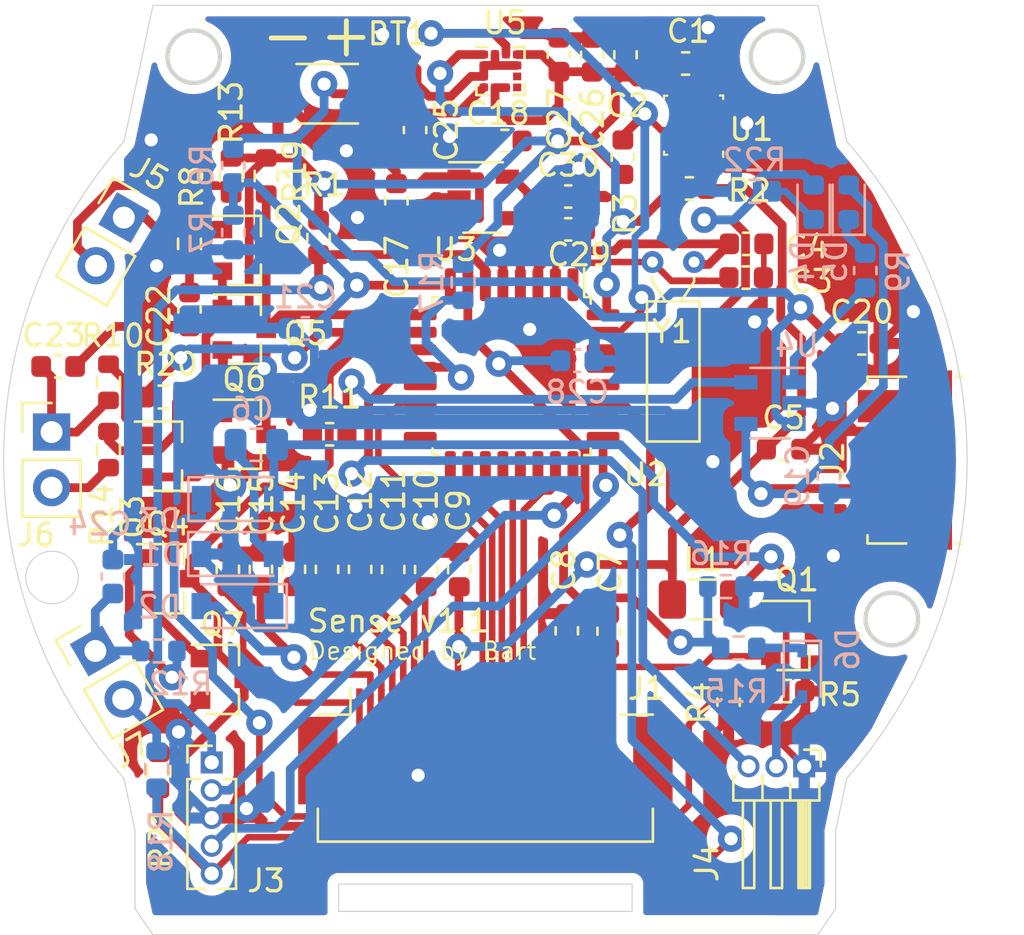
<source format=kicad_pcb>
(kicad_pcb (version 20211014) (generator pcbnew)
  (layers (0 "F.Cu" signal) (31 "B.Cu" signal) (34 "B.Paste" user) (35 "F.Paste" user) (36 "B.SilkS" user "B.Silkscreen") (37 "F.SilkS" user "F.Silkscreen") (38 "B.Mask" user) (39 "F.Mask" user) (44 "Edge.Cuts" user))
  (net 0 "")
  (net 1 "GND")
  (net 2 "/VIN")
  (net 3 "Net-(C6-Pad1)")
  (net 4 "Net-(C6-Pad2)")
  (net 5 "Net-(C7-Pad1)")
  (net 6 "Net-(C8-Pad1)")
  (net 7 "Net-(C10-Pad1)")
  (net 8 "Net-(C11-Pad1)")
  (net 9 "Net-(C12-Pad1)")
  (net 10 "+3V3")
  (net 11 "Net-(C14-Pad1)")
  (net 12 "/PREVGH")
  (net 13 "Net-(C16-Pad1)")
  (net 14 "/PREVGL")
  (net 15 "/BATT")
  (net 16 "/VOLTIMETER")
  (net 17 "Net-(R22-Pad1)")
  (net 18 "/MOSI")
  (net 19 "/SCK")
  (net 20 "/CS")
  (net 27 "unconnected-(J2-Pad6)")
  (net 34 "/DC")
  (net 35 "Net-(C19-Pad1)")
  (net 36 "Net-(D5-Pad1)")
  (net 41 "/RST")
  (net 42 "Net-(R9-Pad2)")
  (net 43 "Net-(R11-Pad1)")
  (net 44 "/BUSY")
  (net 45 "/RESE")
  (net 46 "/GDR")
  (net 48 "/SWDRST")
  (net 49 "/SWDIO")
  (net 50 "/SWDCLK")
  (net 51 "Net-(C22-Pad1)")
  (net 52 "Net-(C23-Pad1)")
  (net 53 "Net-(C24-Pad1)")
  (net 54 "Net-(C25-Pad1)")
  (net 57 "Net-(D6-Pad1)")
  (net 58 "Net-(D6-Pad2)")
  (net 59 "/OHMOMETER")
  (net 60 "/START")
  (net 61 "Net-(J5-Pad2)")
  (net 62 "Net-(J6-Pad2)")
  (net 63 "Net-(J7-Pad2)")
  (net 64 "/SET")
  (net 65 "Net-(Q2-Pad2)")
  (net 66 "Net-(Q2-Pad1)")
  (net 67 "/RESET")
  (net 68 "Net-(Q3-Pad2)")
  (net 69 "Net-(Q3-Pad1)")
  (net 70 "Net-(Q4-Pad1)")
  (net 71 "Net-(Q4-Pad2)")
  (net 72 "/SCL")
  (net 73 "/SDA")
  (net 74 "Net-(D4-Pad2)")
  (net 75 "Net-(U2-Pad2)")
  (net 76 "Net-(U2-Pad3)")
  (footprint "Resistor_SMD:R_0603_1608Metric" (layer "F.Cu") (at 151.892 108.6025 90)
    (fp_text reference "R1")
    (fp_text value "10k")
  )
  (footprint "Resistor_SMD:R_2010_5025Metric" (layer "F.Cu") (at 152.29 102.04 180)
    (fp_text reference "BT1")
    (fp_text value "Lipo")
  )
  (footprint "Capacitor_SMD:C_0603_1608Metric" (layer "F.Cu") (at 168.656 100.66 180)
    (fp_text reference "C1")
    (fp_text value "225")
  )
  (footprint "Capacitor_SMD:C_0603_1608Metric" (layer "F.Cu") (at 171.42 110.44)
    (fp_text reference "C3")
    (fp_text value "100")
  )
  (footprint "Capacitor_SMD:C_0603_1608Metric" (layer "F.Cu") (at 171.44 108.9)
    (fp_text reference "C4")
    (fp_text value "100")
  )
  (footprint "Capacitor_SMD:C_0603_1608Metric" (layer "F.Cu") (at 173.13 118.28)
    (fp_text reference "C5")
    (fp_text value "475")
  )
  (footprint "Capacitor_SMD:C_0603_1608Metric" (layer "F.Cu") (at 165.14 126.6 90)
    (fp_text reference "C7")
    (fp_text value "105")
  )
  (footprint "Capacitor_SMD:C_0603_1608Metric" (layer "F.Cu") (at 158.32 123.78 90)
    (fp_text reference "C9")
    (fp_text value "104")
  )
  (footprint "Capacitor_SMD:C_0603_1608Metric" (layer "F.Cu") (at 156.81 123.78 90)
    (fp_text reference "C10")
    (fp_text value "105")
  )
  (footprint "Capacitor_SMD:C_0603_1608Metric" (layer "F.Cu") (at 155.3 123.78 90)
    (fp_text reference "C11")
    (fp_text value "105")
  )
  (footprint "Capacitor_SMD:C_0603_1608Metric" (layer "F.Cu") (at 153.79 123.77 90)
    (fp_text reference "C12")
    (fp_text value "105")
  )
  (footprint "Capacitor_SMD:C_0603_1608Metric" (layer "F.Cu") (at 152.28 123.77 90)
    (fp_text reference "C13")
    (fp_text value "105")
  )
  (footprint "Capacitor_SMD:C_0603_1608Metric" (layer "F.Cu") (at 150.77 123.77 90)
    (fp_text reference "C14")
    (fp_text value "105")
  )
  (footprint "Capacitor_SMD:C_0603_1608Metric" (layer "F.Cu") (at 149.26 123.77 90)
    (fp_text reference "C15")
    (fp_text value "105")
  )
  (footprint "Capacitor_SMD:C_0603_1608Metric" (layer "F.Cu") (at 155.448 106.934 -90)
    (fp_text reference "C17")
    (fp_text value "225")
  )
  (footprint "Capacitor_SMD:C_0603_1608Metric" (layer "F.Cu") (at 160.401 104.19842 180)
    (fp_text reference "C18")
    (fp_text value "225")
  )
  (footprint "BartLib_Connector:FPC-24P-P0.50mm_Universal" (layer "F.Cu") (at 159.51 131.71)
    (fp_text reference "J1")
    (fp_text value "PFC24/display")
  )
  (footprint "Resistor_SMD:R_0603_1608Metric" (layer "F.Cu") (at 168.83 106.37 180)
    (fp_text reference "R2")
    (fp_text value "4k7")
  )
  (footprint "Resistor_SMD:R_0603_1608Metric" (layer "F.Cu") (at 165.79 104.94 90)
    (fp_text reference "R3")
    (fp_text value "4k7")
  )
  (footprint "Package_LGA:Bosch_LGA-8_2.5x2.5mm_P0.65mm_ClockwisePinNumbering" (layer "F.Cu") (at 169.02 103.48 180)
    (fp_text reference "U1")
    (fp_text value "BME280")
  )
  (footprint "Package_TO_SOT_SMD:SOT-23-5" (layer "F.Cu") (at 159.41 106.78)
    (fp_text reference "U3")
    (fp_text value "TC1185-3.3")
  )
  (footprint "Capacitor_SMD:C_0603_1608Metric" (layer "F.Cu") (at 163.23 126.58 90)
    (fp_text reference "C8")
    (fp_text value "105")
  )
  (footprint "Connector_USB:USB_Micro-B_Molex_47346-0001" (layer "F.Cu") (at 178.67 118.78 90)
    (fp_text reference "J2")
    (fp_text value "USB_B_Micro")
  )
  (footprint "Resistor_SMD:R_0603_1608Metric" (layer "F.Cu") (at 152.4 117.6 180)
    (fp_text reference "R11")
    (fp_text value "12k")
  )
  (footprint "Capacitor_SMD:C_0603_1608Metric" (layer "F.Cu") (at 147.75 123.77 90)
    (fp_text reference "C16")
    (fp_text value "105")
  )
  (footprint "Resistor_SMD:R_0603_1608Metric" (layer "F.Cu") (at 173.3042 129.33172)
    (fp_text reference "R5")
    (fp_text value "1R5")
  )
  (footprint "Resistor_SMD:R_0603_1608Metric" (layer "F.Cu") (at 170.61688 129.83972 -90)
    (fp_text reference "R4")
    (fp_text value "10k")
  )
  (footprint "Package_TO_SOT_SMD:SOT-23" (layer "F.Cu") (at 173.54804 126.79426)
    (fp_text reference "Q1")
    (fp_text value "IRLML0030TR")
  )
  (footprint "Capacitor_SMD:C_0603_1608Metric" (layer "F.Cu") (at 176.7 113.45)
    (fp_text reference "C20")
    (fp_text value "475")
  )
  (footprint "Resistor_SMD:R_1206_3216Metric" (layer "F.Cu") (at 169.45 125.15)
    (fp_text reference "L1")
    (fp_text value "10-68uH, 15mA")
  )
  (footprint "Crystal:Crystal_DS26_D2.0mm_L6.0mm_Horizontal" (layer "F.Cu") (at 167.14 109.73)
    (fp_text reference "Y1")
    (fp_text value "32k768")
  )
  (footprint "Capacitor_SMD:C_0603_1608Metric" (layer "F.Cu") (at 165.91 100.26 90)
    (fp_text reference "C2")
    (fp_text value "104")
  )
  (footprint "Connector_PinHeader_1.27mm:PinHeader_1x05_P1.27mm_Vertical" (layer "F.Cu") (at 147.01266 132.59308)
    (fp_text reference "J3")
    (fp_text value "programming")
  )
  (footprint "Package_LGA:LGA-12_2x2mm_P0.5mm" (layer "F.Cu") (at 160.2 101)
    (fp_text reference "U5")
    (fp_text value "LIS3MDL")
  )
  (footprint "Capacitor_SMD:C_0603_1608Metric" (layer "F.Cu") (at 156.3 103.7 -90)
    (fp_text reference "C25")
    (fp_text value "104")
  )
  (footprint "Capacitor_SMD:C_0603_1608Metric" (layer "F.Cu") (at 164.39 100.265 90)
    (fp_text reference "C26")
    (fp_text value "104")
  )
  (footprint "Capacitor_SMD:C_0603_1608Metric" (layer "F.Cu") (at 162.87 100.26 90)
    (fp_text reference "C27")
    (fp_text value "105")
  )
  (footprint "Connector_PinHeader_1.27mm:PinHeader_1x03_P1.27mm_Horizontal" (layer "F.Cu") (at 174.06874 132.77088 -90)
    (fp_text reference "J4")
    (fp_text value "meter")
  )
  (footprint "Capacitor_SMD:C_0603_1608Metric" (layer "F.Cu") (at 163.29406 108.23702)
    (fp_text reference "C29")
    (fp_text value "475")
  )
  (footprint "Capacitor_SMD:C_0603_1608Metric" (layer "F.Cu") (at 163.29406 106.73588)
    (fp_text reference "C30")
    (fp_text value "104")
  )
  (footprint "Connector_PinHeader_2.54mm:PinHeader_1x02_P2.54mm_Vertical" (layer "F.Cu") (at 143 107.7 -30)
    (fp_text reference "J5")
    (fp_text value "START")
  )
  (footprint "Connector_PinHeader_2.54mm:PinHeader_1x02_P2.54mm_Vertical" (layer "F.Cu") (at 139.7 117.5)
    (fp_text reference "J6")
    (fp_text value "SET")
  )
  (footprint "Connector_PinHeader_2.54mm:PinHeader_1x02_P2.54mm_Vertical" (layer "F.Cu") (at 141.7 127.5 30)
    (fp_text reference "J7")
    (fp_text value "RESET")
  )
  (footprint "Package_TO_SOT_SMD:SOT-23" (layer "F.Cu") (at 148.5 109.2)
    (fp_text reference "Q2")
    (fp_text value "BC817")
  )
  (footprint "Package_TO_SOT_SMD:SOT-23" (layer "F.Cu") (at 144.9 118.6)
    (fp_text reference "Q3")
    (fp_text value "BC817")
  )
  (footprint "Package_TO_SOT_SMD:SOT-23" (layer "F.Cu") (at 145 124.2)
    (fp_text reference "Q4")
    (fp_text value "BC817")
  )
  (footprint "Package_TO_SOT_SMD:SOT-23" (layer "F.Cu") (at 148.5 112.8)
    (fp_text reference "Q5")
    (fp_text value "BC817")
  )
  (footprint "Package_TO_SOT_SMD:SOT-23" (layer "F.Cu") (at 148.5 117.6)
    (fp_text reference "Q6")
    (fp_text value "BC817")
  )
  (footprint "Package_TO_SOT_SMD:SOT-23" (layer "F.Cu") (at 147.5 128.8)
    (fp_text reference "Q7")
    (fp_text value "BC817")
  )
  (footprint "Resistor_SMD:R_0603_1608Metric" (layer "F.Cu") (at 146 108.9 -90)
    (fp_text reference "R8")
    (fp_text value "100k")
  )
  (footprint "Resistor_SMD:R_0603_1608Metric" (layer "F.Cu") (at 147.9 105.8 -90)
    (fp_text reference "R13")
    (fp_text value "100k")
  )
  (footprint "Resistor_SMD:R_0603_1608Metric" (layer "F.Cu") (at 142.3 118.3 -90)
    (fp_text reference "R14")
    (fp_text value "100k")
  )
  (footprint "Resistor_SMD:R_0603_1608Metric" (layer "F.Cu") (at 149.5 105.8 90)
    (fp_text reference "R19")
    (fp_text value "39k")
  )
  (footprint "Resistor_SMD:R_0603_1608Metric" (layer "F.Cu") (at 144.825 115.9)
    (fp_text reference "R20")
    (fp_text value "39k")
  )
  (footprint "Capacitor_SMD:C_0603_1608Metric" (layer "F.Cu") (at 146 111.9 -90)
    (fp_text reference "C22")
    (fp_text value "222")
  )
  (footprint "Capacitor_SMD:C_0603_1608Metric" (layer "F.Cu") (at 140 114.5)
    (fp_text reference "C23")
    (fp_text value "222")
  )
  (footprint "Resistor_SMD:R_0603_1608Metric" (layer "F.Cu") (at 144.6 133 -90)
    (fp_text reference "R21")
    (fp_text value "39k")
  )
  (footprint "Resistor_SMD:R_0603_1608Metric" (layer "F.Cu") (at 142.3 115.225 -90)
    (fp_text reference "R10")
    (fp_text value "100k")
  )
  (footprint "Package_QFP:LQFP-32_7x7mm_P0.8mm" (layer "F.Cu") (at 160.71 114.94 -90)
    (fp_text reference "U2")
    (fp_text value "STM32G071KxT")
  )
  (footprint "Capacitor_SMD:C_0805_2012Metric" (layer "B.Cu") (at 149.05 118.08)
    (fp_text reference "C6")
    (fp_text value "475 50V")
  )
  (footprint "Diode_SMD:D_SOD-123" (layer "B.Cu") (at 148.2 120.56)
    (fp_text reference "D3")
    (fp_text value "MBR0530")
  )
  (footprint "Diode_SMD:D_SOD-123" (layer "B.Cu") (at 148.19 125.45 180)
    (fp_text reference "D2")
    (fp_text value "MBR0530")
  )
  (footprint "Diode_SMD:D_SOD-123" (layer "B.Cu") (at 148.19 123.07)
    (fp_text reference "D1")
    (fp_text value "MBR0530")
  )
  (footprint "Resistor_SMD:R_0603_1608Metric" (layer "B.Cu") (at 148 105.32 -90)
    (fp_text reference "R6")
    (fp_text value "100k")
  )
  (footprint "Resistor_SMD:R_0603_1608Metric" (layer "B.Cu") (at 148 108.38 -90)
    (fp_text reference "R7")
    (fp_text value "100k")
  )
  (footprint "Resistor_SMD:R_0603_1608Metric" (layer "B.Cu") (at 176.86 110.12 -90)
    (fp_text reference "R9")
    (fp_text value "470R")
  )
  (footprint "Capacitor_SMD:C_0603_1608Metric" (layer "B.Cu") (at 175.2 119.5 -90)
    (fp_text reference "C19")
    (fp_text value "475")
  )
  (footprint "Diode_SMD:D_0603_1608Metric" (layer "B.Cu") (at 176.1 107 90)
    (fp_text reference "D5")
    (fp_text value "UV")
  )
  (footprint "Capacitor_SMD:C_0603_1608Metric" (layer "B.Cu") (at 151.29 112.76 180)
    (fp_text reference "C21")
    (fp_text value "104")
  )
  (footprint "Capacitor_SMD:C_0603_1608Metric" (layer "B.Cu") (at 163.71062 114.23904)
    (fp_text reference "C28")
    (fp_text value "104")
  )
  (footprint "Diode_SMD:D_SOD-323" (layer "B.Cu") (at 173.98238 128.54178 -90)
    (fp_text reference "D6")
    (fp_text value "BAT54JFILM")
  )
  (footprint "Resistor_SMD:R_0603_1608Metric" (layer "B.Cu") (at 171.07916 127.36322 180)
    (fp_text reference "R15")
    (fp_text value "39k")
  )
  (footprint "Resistor_SMD:R_0603_1608Metric" (layer "B.Cu") (at 170.49496 124.55906)
    (fp_text reference "R16")
    (fp_text value "1k")
  )
  (footprint "Resistor_SMD:R_0603_1608Metric" (layer "B.Cu") (at 158.496 110.65256 -90)
    (fp_text reference "R17")
    (fp_text value "10k")
  )
  (footprint "Package_TO_SOT_SMD:SOT-23-5" (layer "B.Cu") (at 172.50918 116.17706 180)
    (fp_text reference "U4")
    (fp_text value "MCP73831-2-OT")
  )
  (footprint "Resistor_SMD:R_0603_1608Metric" (layer "B.Cu") (at 144.6 127.5 180)
    (fp_text reference "R12")
    (fp_text value "100k")
  )
  (footprint "Resistor_SMD:R_0603_1608Metric" (layer "B.Cu") (at 144.5 132.9 90)
    (fp_text reference "R18")
    (fp_text value "100k")
  )
  (footprint "Capacitor_SMD:C_0603_1608Metric" (layer "B.Cu") (at 142.5 124.1 90)
    (fp_text reference "C24")
    (fp_text value "222")
  )
  (footprint "LED_SMD:LED_0603_1608Metric" (layer "B.Cu") (at 174.5 107 90)
    (fp_text reference "D4")
    (fp_text value "STDBY")
  )
  (footprint "Resistor_SMD:R_0603_1608Metric" (layer "B.Cu") (at 171.8 106.5 180)
    (fp_text reference "R22")
    (fp_text value "470R")
  )
  (gr_line (start 176.01496 104.225629) (end 174.7 98) (layer "Edge.Cuts") (width 0.05))
  (gr_line (start 143.010001 104.220001) (end 144.33 98) (layer "Edge.Cuts") (width 0.05))
  (gr_arc (start 143.00504 133.314371) (mid 137.511081 118.766249) (end 143.010001 104.220001) (layer "Edge.Cuts") (width 0.05))
  (gr_arc (start 176.01496 104.225629) (mid 181.508919 118.773751) (end 176.009999 133.319999) (layer "Edge.Cuts") (width 0.05))
  (gr_line (start 144.33 140.462) (end 174.69 140.462) (layer "Edge.Cuts") (width 0.05))
  (gr_line (start 144.33 98) (end 174.7 98) (layer "Edge.Cuts") (width 0.05))
  (gr_line (start 152.81 138.15) (end 152.81 139.4) (layer "Edge.Cuts") (width 0.05))
  (gr_line (start 143.00504 133.314371) (end 143.51 135.71) (layer "Edge.Cuts") (width 0.05))
  (gr_line (start 176.009999 133.319999) (end 175.505039 135.715628) (layer "Edge.Cuts") (width 0.05))
  (gr_line (start 175.505039 135.715628) (end 175.505039 139.275628) (layer "Edge.Cuts") (width 0.05))
  (gr_circle (center 139.72 124.14) (end 138.52 124.14) (layer "Edge.Cuts") (width 0.05) (fill none))
  (gr_circle (center 172.83 100.35) (end 171.63 100.35) (layer "Edge.Cuts") (width 0.2) (fill none))
  (gr_circle (center 178.07 126.04) (end 176.87 126.04) (layer "Edge.Cuts") (width 0.2) (fill none))
  (gr_circle (center 146.19 100.35) (end 144.99 100.35) (layer "Edge.Cuts") (width 0.2) (fill none))
  (gr_line (start 175.505039 139.275628) (end 174.69 140.462) (layer "Edge.Cuts") (width 0.05))
  (gr_line (start 166.21 139.4) (end 166.21 138.15) (layer "Edge.Cuts") (width 0.05))
  (gr_line (start 143.51 139.27) (end 144.33 140.462) (layer "Edge.Cuts") (width 0.05))
  (gr_line (start 143.51 135.71) (end 143.51 139.27) (layer "Edge.Cuts") (width 0.05))
  (gr_line (start 152.81 139.4) (end 166.21 139.4) (layer "Edge.Cuts") (width 0.05))
  (gr_line (start 166.21 138.15) (end 152.81 138.15) (layer "Edge.Cuts") (width 0.05))
  (gr_text "-" (at 150.49 99.34) (layer "F.SilkS") (effects (font (size 2 2) (thickness 0.22))))
  (gr_text "Designed by Bart" (at 156.64 127.5) (layer "F.SilkS") (effects (font (size 0.8 0.8) (thickness 0.1))))
  (gr_text "Sense v1.1" (at 155.54 126.13) (layer "F.SilkS") (effects (font (size 1 1))))
  (gr_text "+" (at 153.162 99.314) (layer "F.SilkS") (effects (font (size 2 2) (thickness 0.22))))
  (segment (start 147.84854 118.89854) (end 147.5 118.55) (width 0.4) (layer "F.Cu") (net 1))
  (segment (start 163.23 125.7925) (end 165.12 125.7925) (width 0.4) (layer "F.Cu") (net 1))
  (segment (start 161.76 130.71) (end 161.76 133.95) (width 0.3) (layer "F.Cu") (net 1))
  (segment (start 140.775 114.5) (end 142.6 112.675) (width 0.4) (layer "F.Cu") (net 1))
  (segment (start 147.5 114.85) (end 147.95 115.3) (width 0.4) (layer "F.Cu") (net 1))
  (segment (start 147.84854 119.919593) (end 147.84854 118.89854) (width 0.4) (layer "F.Cu") (net 1))
  (segment (start 159.840002 100.75) (end 159.95 100.640002) (width 0.4) (layer "F.Cu") (net 1))
  (segment (start 172.2075 110.44) (end 172.2075 112.06168) (width 0.4) (layer "F.Cu") (net 1))
  (segment (start 154.126401 135.510009) (end 156.4386 133.19781) (width 0.4) (layer "F.Cu") (net 1))
  (segment (start 148.6 134.7) (end 149.410009 135.510009) (width 0.4) (layer "F.Cu") (net 1))
  (segment (start 164.06906 106.73588) (end 164.06906 105.73796) (width 0.4) (layer "F.Cu") (net 1))
  (segment (start 161.76 133.95) (end 163.41 135.6) (width 0.3) (layer "F.Cu") (net 1))
  (segment (start 159.4375 101.25) (end 159.4375 100.75) (width 0.4) (layer "F.Cu") (net 1))
  (segment (start 160.31 109.915) (end 159.015 108.62) (width 0.4) (layer "F.Cu") (net 1))
  (segment (start 164.06906 105.73796) (end 163.77412 105.44302) (width 0.4) (layer "F.Cu") (net 1))
  (segment (start 156.374 107.7215) (end 157.2725 108.62) (width 0.4) (layer "F.Cu") (net 1))
  (segment (start 174.7175 117.48) (end 173.9175 118.28) (width 0.4) (layer "F.Cu") (net 1))
  (segment (start 156.389999 100.909999) (end 154.82 99.34) (width 0.4) (layer "F.Cu") (net 1))
  (segment (start 155.448 107.7215) (end 156.374 107.7215) (width 0.4) (layer "F.Cu") (net 1))
  (segment (start 160.31 111.58264) (end 161.53384 112.80648) (width 0.4) (layer "F.Cu") (net 1))
  (segment (start 160.31 109.33728) (end 160.16224 109.18952) (width 0.4) (layer "F.Cu") (net 1))
  (segment (start 159.4375 100.75) (end 160.9625 100.75) (width 0.4) (layer "F.Cu") (net 1))
  (segment (start 174.0917 132.74792) (end 174.06874 132.77088) (width 0.3) (layer "F.Cu") (net 1))
  (segment (start 158.85 101.25) (end 157.939999 102.160001) (width 0.4) (layer "F.Cu") (net 1))
  (segment (start 170.61688 130.62722) (end 171.92508 130.62722) (width 0.3) (layer "F.Cu") (net 1))
  (segment (start 146 112.675) (end 144.5 111.175) (width 0.4) (layer "F.Cu") (net 1))
  (segment (start 165.12 125.7925) (end 165.14 125.8125) (width 0.4) (layer "F.Cu") (net 1))
  (segment (start 159.4375 100.75) (end 159.840002 100.75) (width 0.4) (layer "F.Cu") (net 1))
  (segment (start 150.04 102.04) (end 152.648 104.648) (width 0.4) (layer "F.Cu") (net 1))
  (segment (start 174.0917 129.33172) (end 174.0917 132.74792) (width 0.3) (layer "F.Cu") (net 1))
  (segment (start 165.91 99.4725) (end 169.2275 99.4725) (width 0.4) (layer "F.Cu") (net 1))
  (segment (start 157.26 132.35842) (end 157.26 130.71) (width 0.3) (layer "F.Cu") (net 1))
  (segment (start 177.21 117.48) (end 174.7175 117.48) (width 0.4) (layer "F.Cu") (net 1))
  (segment (start 160.31 110.765) (end 160.31 109.33728) (width 0.4) (layer "F.Cu") (net 1))
  (segment (start 145.5 131.2) (end 145.5 130.75) (width 0.4) (layer "F.Cu") (net 1))
  (segment (start 169.22 135.6) (end 169.85 134.97) (width 0.3) (layer "F.Cu") (net 1))
  (segment (start 144.5 111.175) (end 144.5 109.9) (width 0.4) (layer "F.Cu") (net 1))
  (segment (start 171.565 104.505) (end 179.055 111.995) (width 0.4) (layer "F.Cu") (net 1))
  (segment (start 161.76 131.49) (end 161.76 129.86) (width 0.3) (layer "F.Cu") (net 1))
  (segment (start 171.92508 130.62722) (end 174.06874 132.77088) (width 0.3) (layer "F.Cu") (net 1))
  (segment (start 161.76 127.2625) (end 163.23 125.7925) (width 0.3) (layer "F.Cu") (net 1))
  (segment (start 175.3616 116.41328) (end 176.42832 117.48) (width 0.4) (layer "F.Cu") (net 1))
  (segment (start 169.995 104.505) (end 171.565 104.505) (width 0.4) (layer "F.Cu") (net 1))
  (segment (start 151.48222 117.46972) (end 151.6125 117.6) (width 0.4) (layer "F.Cu") (net 1))
  (segment (start 156.4386 133.19781) (end 156.4386 133.17982) (width 0.4) (layer "F.Cu") (net 1))
  (segment (start 169.85 131.3941) (end 170.61688 130.62722) (width 0.3) (layer "F.Cu") (net 1))
  (segment (start 164.06906 108.23702) (end 164.06906 106.73588) (width 0.4) (layer "F.Cu") (net 1))
  (segment (start 169.2275 99.4725) (end 169.68 99.02) (width 0.4) (layer "F.Cu") (net 1))
  (segment (start 157.939999 102.160001) (end 156.935999 102.160001) (width 0.4) (layer "F.Cu") (net 1))
  (segment (start 169.345 102.1365) (end 169.345 102.455) (width 0.3) (layer "F.Cu") (net 1))
  (segment (start 159.4375 101.25) (end 158.85 101.25) (width 0.4) (layer "F.Cu") (net 1))
  (segment (start 159.015 108.62) (end 157.2725 108.62) (width 0.4) (layer "F.Cu") (net 1))
  (segment (start 176.42832 117.48) (end 177.21 117.48) (width 0.4) (layer "F.Cu") (net 1))
  (segment (start 171.8056 116.9444) (end 169.9 118.85) (width 0.3) (layer "F.Cu") (net 1))
  (segment (start 160.31 110.765) (end 160.31 109.915) (width 0.4) (layer "F.Cu") (net 1))
  (segment (start 172.2075 112.06168) (end 171.8056 112.46358) (width 0.4) (layer "F.Cu") (net 1))
  (segment (start 151.48222 116.500001) (end 151.48222 117.46972) (width 0.4) (layer "F.Cu") (net 1))
  (segment (start 160.31 110.765) (end 160.31 111.58264) (width 0.4) (layer "F.Cu") (net 1))
  (segment (start 156.389999 101.614001) (end 156.389999 100.909999) (width 0.4) (layer "F.Cu") (net 1))
  (segment (start 163.41 135.6) (end 169.22 135.6) (width 0.3) (layer "F.Cu") (net 1))
  (segment (start 177.6 113.45) (end 179.055 111.995) (width 0.4) (layer "F.Cu") (net 1))
  (segment (start 142.6 112.675) (end 146 112.675) (width 0.4) (layer "F.Cu") (net 1))
  (segment (start 156.4386 133.17982) (end 157.26 132.35842) (width 0.3) (layer "F.Cu") (net 1))
  (segment (start 169.85 134.97) (end 169.85 131.3941) (width 0.3) (layer "F.Cu") (net 1))
  (segment (start 145.5 130.75) (end 146.5 129.75) (width 0.4) (layer "F.Cu") (net 1))
  (segment (start 149.410009 135.510009) (end 154.126401 135.510009) (width 0.4) (layer "F.Cu") (net 1))
  (segment (start 158.31 106.78) (end 157.3155 106.78) (width 0.4) (layer "F.Cu") (net 1))
  (segment (start 147.5 113.75) (end 147.5 114.85) (width 0.4) (layer "F.Cu") (net 1))
  (segment (start 161.76 129.86) (end 161.76 127.2625) (width 0.3) (layer "F.Cu") (net 1))
  (segment (start 157.3155 106.78) (end 156.374 107.7215) (width 0.4) (layer "F.Cu") (net 1))
  (segment (start 156.935999 102.160001) (end 156.389999 101.614001) (width 0.4) (layer "F.Cu") (net 1))
  (segment (start 172.2275 110.42) (end 172.2075 110.44) (width 0.4) (layer "F.Cu") (net 1))
  (segment (start 171.8056 112.46358) (end 171.8056 116.9444) (width 0.3) (layer "F.Cu") (net 1))
  (segment (start 152.648 104.648) (end 153.162 104.648) (width 0.4) (layer "F.Cu") (net 1))
  (segment (start 161.76 129.86) (end 161.76 130.81) (width 0.3) (layer "F.Cu") (net 1))
  (segment (start 159.95 100.640002) (end 159.95 100.2375) (width 0.4) (layer "F.Cu") (net 1))
  (segment (start 167.8685 100.66) (end 169.345 102.1365) (width 0.3) (layer "F.Cu") (net 1))
  (via (at 144.5 109.9) (size 1.2) (drill 0.6) (layers "F.Cu" "B.Cu") (net 1))
  (via (at 169.9 118.85) (size 1.2) (drill 0.6) (layers "F.Cu" "B.Cu") (net 1))
  (via (at 171.8056 112.46358) (size 1.2) (drill 0.6) (layers "F.Cu" "B.Cu") (net 1))
  (via (at 175.3616 116.41328) (size 1.2) (drill 0.6) (layers "F.Cu" "B.Cu") (net 1))
  (via (at 175.4 123.15) (size 1.2) (drill 0.6) (layers "F.Cu" "B.Cu") (net 1))
  (via (at 161.53384 112.80648) (size 1.2) (drill 0.6) (layers "F.Cu" "B.Cu") (net 1))
  (via (at 179.055 111.995) (size 1.2) (drill 0.6) (layers "F.Cu" "B.Cu") (net 1))
  (via (at 151.48222 116.500001) (size 1.2) (drill 0.6) (layers "F.Cu" "B.Cu") (net 1))
  (via (at 169.68 99.02) (size 1.2) (drill 0.6) (layers "F.Cu" "B.Cu") (net 1))
  (via (at 148.6 134.7) (size 1.2) (drill 0.6) (layers "F.Cu" "B.Cu") (net 1))
  (via (at 153.6 120.9) (size 1.2) (drill 0.6) (layers "F.Cu" "B.Cu") (net 1))
  (via (at 154.82 99.34) (size 1.2) (drill 0.6) (layers "F.Cu" "B.Cu") (net 1))
  (via (at 144.25 104.15) (size 1.2) (drill 0.6) (layers "F.Cu" "B.Cu") (net 1))
  (via (at 171.45 103.4) (size 1.2) (drill 0.6) (layers "F.Cu" "B.Cu") (net 1))
  (via (at 160.16224 109.18952) (size 1.2) (drill 0.6) (layers "F.Cu" "B.Cu") (net 1))
  (via (at 156.4386 133.17982) (size 1.2) (drill 0.6) (layers "F.Cu" "B.Cu") (net 1))
  (via (at 156.9 121.6) (size 1.2) (drill 0.6) (layers "F.Cu" "B.Cu") (net 1))
  (via (at 157.8737 103.99522) (size 1.2) (drill 0.6) (layers "F.Cu" "B.Cu") (net 1))
  (via (at 145.5 131.2) (size 1.2) (drill 0.6) (layers "F.Cu" "B.Cu") (net 1))
  (via (at 149.4 114.6) (size 1.2) (drill 0.6) (layers "F.Cu" "B.Cu") (net 1))
  (via (at 147.84854 119.919593) (size 1.5) (drill 0.6) (layers "F.Cu" "B.Cu") (net 1))
  (via (at 153.67 107.696) (size 1.2) (drill 0.6) (layers "F.Cu" "B.Cu") (net 1))
  (via (at 163.77412 105.44302) (size 1.2) (drill 0.6) (layers "F.Cu" "B.Cu") (net 1))
  (via (at 153.162 104.648) (size 1.2) (drill 0.6) (layers "F.Cu" "B.Cu") (net 1))
  (segment (start 168.48074 114.23904) (end 170.03014 114.23904) (width 0.4) (layer "B.Cu") (net 1))
  (segment (start 171.31996 124.55906) (end 173.99094 124.55906) (width 0.4) (layer "B.Cu") (net 1))
  (segment (start 145.27501 131.42499) (end 145.5 131.2) (width 0.4) (layer "B.Cu") (net 1))
  (segment (start 151.232001 115.000001) (end 149.800001 115.000001) (width 0.4) (layer "B.Cu") (net 1))
  (segment (start 147.44574 134.7) (end 148.6 134.7) (width 0.4) (layer "B.Cu") (net 1))
  (segment (start 151.700001 114.532001) (end 151.232001 115.000001) (width 0.4) (layer "B.Cu") (net 1))
  (segment (start 149.069999 126.450001) (end 151.649999 126.450001) (width 0.4) (layer "B.Cu") (net 1))
  (segment (start 142.5 123.325) (end 142.5 122.3) (width 0.4) (layer "B.Cu") (net 1))
  (segment (start 149.150001 116.500001) (end 167.814879 116.500001) (width 0.4) (layer "B.Cu") (net 1))
  (segment (start 175.2 122.95) (end 175.4 123.15) (width 0.4) (layer "B.Cu") (net 1))
  (segment (start 173.99094 124.55906) (end 175.4 123.15) (width 0.4) (layer "B.Cu") (net 1))
  (segment (start 148.8 125.48) (end 148.8 126.111458) (width 0.4) (layer "B.Cu") (net 1))
  (segment (start 151.649999 126.450001) (end 152.5 125.6) (width 0.4) (layer "B.Cu") (net 1))
  (segment (start 150.5025 112.76) (end 150.792002 112.76) (width 0.4) (layer "B.Cu") (net 1))
  (segment (start 167.969168 116.65429) (end 168.82929 116.65429) (width 0.4) (layer "B.Cu") (net 1))
  (segment (start 146.15 118.221053) (end 147.84854 119.919593) (width 0.4) (layer "B.Cu") (net 1))
  (segment (start 175.12538 116.17706) (end 175.3616 116.41328) (width 0.4) (layer "B.Cu") (net 1))
  (segment (start 169.2 118.15) (end 169.9 118.85) (width 0.4) (layer "B.Cu") (net 1))
  (segment (start 146.15 117.98) (end 146.15 118.221053) (width 0.4) (layer "B.Cu") (net 1))
  (segment (start 175.2 120.2875) (end 175.2 122.95) (width 0.4) (layer "B.Cu") (net 1))
  (segment (start 147.01266 135.13308) (end 147.44574 134.7) (width 0.4) (layer "B.Cu") (net 1))
  (segment (start 142.5 122.3) (end 143.8 121) (width 0.4) (layer "B.Cu") (net 1))
  (segment (start 149.104271 126.415729) (end 148.8 126.111458) (width 0.4) (layer "B.Cu") (net 1))
  (segment (start 150.792002 112.76) (end 151.700001 113.667999) (width 0.4) (layer "B.Cu") (net 1))
  (segment (start 146.54 123.22) (end 148.8 125.48) (width 0.4) (layer "B.Cu") (net 1))
  (segment (start 164.48562 114.23904) (end 168.48074 114.23904) (width 0.4) (layer "B.Cu") (net 1))
  (segment (start 169.2 117.025) (end 169.2 118.15) (width 0.4) (layer "B.Cu") (net 1))
  (segment (start 173.60918 116.17706) (end 175.12538 116.17706) (width 0.4) (layer "B.Cu") (net 1))
  (segment (start 149.150001 116.500001) (end 147.629999 116.500001) (width 0.4) (layer "B.Cu") (net 1))
  (segment (start 167.814879 116.500001) (end 167.969168 116.65429) (width 0.4) (layer "B.Cu") (net 1))
  (segment (start 168.82929 116.65429) (end 169.2 117.025) (width 0.4) (layer "B.Cu") (net 1))
  (segment (start 149.800001 115.000001) (end 149.4 114.6) (width 0.4) (layer "B.Cu") (net 1))
  (segment (start 145.27501 133.39543) (end 145.27501 131.42499) (width 0.4) (layer "B.Cu") (net 1))
  (segment (start 170.03014 114.23904) (end 171.8056 112.46358) (width 0.4) (layer "B.Cu") (net 1))
  (segment (start 147.01266 135.13308) (end 145.27501 133.39543) (width 0.4) (layer "B.Cu") (net 1))
  (segment (start 151.700001 113.667999) (end 151.700001 114.532001) (width 0.4) (layer "B.Cu") (net 1))
  (segment (start 147.629999 116.500001) (end 146.15 117.98) (width 0.4) (layer "B.Cu") (net 1))
  (segment (start 146.54 123.07) (end 146.54 123.22) (width 0.4) (layer "B.Cu") (net 1))
  (segment (start 175.55 113.45) (end 175.9125 113.45) (width 0.25) (layer "F.Cu") (net 2))
  (segment (start 154.54 104.032) (end 154.54 104.3125) (width 0.4) (layer "F.Cu") (net 2))
  (segment (start 156.4895 106.1465) (end 156.806 105.83) (width 0.4) (layer "F.Cu") (net 2))
  (segment (start 155.448 106.1465) (end 155.448 105.609) (width 0.4) (layer "F.Cu") (net 2))
  (segment (start 154.54 102.04) (end 154.54 104.032) (width 0.4) (layer "F.Cu") (net 2))
  (segment (start 159.24 105.83) (end 158.31 105.83) (width 0.4) (layer "F.Cu") (net 2))
  (segment (start 155.448 105.609) (end 154.54 104.701) (width 0.4) (layer "F.Cu") (net 2))
  (segment (start 152.586 102.04) (end 152.146 101.6) (width 0.4) (layer "F.Cu") (net 2))
  (segment (start 156.806 105.83) (end 158.31 105.83) (width 0.4) (layer "F.Cu") (net 2))
  (segment (start 173.9 111.8) (end 175.55 113.45) (width 0.4) (layer "F.Cu") (net 2))
  (segment (start 159.240001 107.729999) (end 159.24 105.83) (width 0.4) (layer "F.Cu") (net 2))
  (segment (start 154.54 104.701) (end 154.54 104.032) (width 0.4) (layer "F.Cu") (net 2))
  (segment (start 158.31 107.73) (end 159.240001 107.729999) (width 0.4) (layer "F.Cu") (net 2))
  (segment (start 154.54 102.04) (end 152.586 102.04) (width 0.4) (layer "F.Cu") (net 2))
  (segment (start 155.448 106.1465) (end 156.4895 106.1465) (width 0.4) (layer "F.Cu") (net 2))
  (via (at 173.9 111.8) (size 1.2) (drill 0.6) (layers "F.Cu" "B.Cu") (net 2))
  (via (at 152.146 101.6) (size 1.2) (drill 0.6) (layers "F.Cu" "B.Cu") (net 2))
  (segment (start 167.550001 111.595999) (end 167.550001 112.091641) (width 0.4) (layer "B.Cu") (net 2))
  (segment (start 152.146 102.844) (end 152.146 101.6) (width 0.4) (layer "B.Cu") (net 2))
  (segment (start 173.164178 117.12706) (end 172.779179 116.742061) (width 0.4) (layer "B.Cu") (net 2))
  (segment (start 154.178 109.474) (end 155.3337 110.6297) (width 0.4) (layer "B.Cu") (net 2))
  (segment (start 163.30422 110.6297) (end 164.924521 112.250001) (width 0.4) (layer "B.Cu") (net 2))
  (segment (start 172.779179 116.742061) (end 172.779179 112.920821) (width 0.4) (layer "B.Cu") (net 2))
  (segment (start 148 104.5325) (end 148.461612 104.070888) (width 0.4) (layer "B.Cu") (net 2))
  (segment (start 155.3337 110.6297) (end 163.30422 110.6297) (width 0.4) (layer "B.Cu") (net 2))
  (segment (start 172.779179 112.920821) (end 173.9 111.8) (width 0.4) (layer "B.Cu") (net 2))
  (segment (start 148.461612 104.070888) (end 150.919112 104.070888) (width 0.4) (layer "B.Cu") (net 2))
  (segment (start 150.919112 104.070888) (end 150.919112 106.977112) (width 0.4) (layer "B.Cu") (net 2))
  (segment (start 150.919112 106.977112) (end 153.416 109.474) (width 0.4) (layer "B.Cu") (net 2))
  (segment (start 173.218 111.118) (end 173.9 111.8) (width 0.4) (layer "B.Cu") (net 2))
  (segment (start 168.028 111.118) (end 167.550001 111.595999) (width 0.4) (layer "B.Cu") (net 2))
  (segment (start 168.028 111.118) (end 173.218 111.118) (width 0.4) (layer "B.Cu") (net 2))
  (segment (start 173.60918 117.12706) (end 173.164178 117.12706) (width 0.4) (layer "B.Cu") (net 2))
  (segment (start 164.924521 112.250001) (end 167.391641 112.250001) (width 0.4) (layer "B.Cu") (net 2))
  (segment (start 167.391641 112.250001) (end 167.550001 112.091641) (width 0.4) (layer "B.Cu") (net 2))
  (segment (start 150.919112 104.070888) (end 152.146 102.844) (width 0.4) (layer "B.Cu") (net 2))
  (segment (start 153.416 109.474) (end 154.178 109.474) (width 0.4) (layer "B.Cu") (net 2))
  (segment (start 148.1 118.49) (end 148.95 119.34) (width 0.4) (layer "B.Cu") (net 3))
  (segment (start 148.95 122.4) (end 149.62 123.07) (width 0.4) (layer "B.Cu") (net 3))
  (segment (start 148.1 118.08) (end 148.1 118.49) (width 0.4) (layer "B.Cu") (net 3))
  (segment (start 148.95 119.34) (end 148.95 122.4) (width 0.4) (layer "B.Cu") (net 3))
  (segment (start 149.84 125.45) (end 149.84 123.07) (width 0.4) (layer "B.Cu") (net 3))
  (segment (start 149.62 123.07) (end 149.84 123.07) (width 0.4) (layer "B.Cu") (net 3))
  (segment (start 172.55236 123.19508) (end 174.54804 125.19076) (width 0.3) (layer "F.Cu") (net 4))
  (segment (start 170.85 124.89744) (end 172.55236 123.19508) (width 0.4) (layer "F.Cu") (net 4))
  (segment (start 174.54804 125.19076) (end 174.54804 126.79426) (width 0.3) (layer "F.Cu") (net 4))
  (segment (start 170.85 125.15) (end 170.85 124.89744) (width 0.4) (layer "F.Cu") (net 4))
  (via (at 172.55236 123.19508) (size 1.2) (drill 0.6) (layers "F.Cu" "B.Cu") (net 4))
  (segment (start 167.199999 120.757119) (end 167.47144 121.02856) (width 0.4) (layer "B.Cu") (net 4))
  (segment (start 167.199999 119.600001) (end 167.199999 120.757119) (width 0.4) (layer "B.Cu") (net 4))
  (segment (start 149.85 120.56) (end 149.85 118.0925) (width 0.4) (layer "B.Cu") (net 4))
  (segment (start 165.68 118.08) (end 165.68 118.080002) (width 0.4) (layer "B.Cu") (net 4))
  (segment (start 169.63796 123.19508) (end 172.55236 123.19508) (width 0.4) (layer "B.Cu") (net 4))
  (segment (start 165.68 118.080002) (end 167.199999 119.600001) (width 0.4) (layer "B.Cu") (net 4))
  (segment (start 149.85 118.0925) (end 149.8375 118.08) (width 0.3) (layer "B.Cu") (net 4))
  (segment (start 149.8375 118.08) (end 165.68 118.08) (width 0.4) (layer "B.Cu") (net 4))
  (segment (start 167.47144 121.02856) (end 169.63796 123.19508) (width 0.4) (layer "B.Cu") (net 4))
  (segment (start 167.32144 120.87856) (end 167.47144 121.02856) (width 0.3) (layer "B.Cu") (net 4))
  (segment (start 164.565 127.3875) (end 165.14 127.3875) (width 0.3) (layer "F.Cu") (net 5))
  (segment (start 163.76 128.43) (end 164.37 127.82) (width 0.3) (layer "F.Cu") (net 5))
  (segment (start 164.37 127.82) (end 164.37 127.5825) (width 0.3) (layer "F.Cu") (net 5))
  (segment (start 164.37 127.5825) (end 164.565 127.3875) (width 0.3) (layer "F.Cu") (net 5))
  (segment (start 163.76 129.86) (end 163.76 128.43) (width 0.3) (layer "F.Cu") (net 5))
  (segment (start 163.26 127.3975) (end 163.23 127.3675) (width 0.3) (layer "F.Cu") (net 6))
  (segment (start 163.26 129.86) (end 163.26 127.3975) (width 0.3) (layer "F.Cu") (net 6))
  (segment (start 156.76 129.86) (end 156.76 124.6175) (width 0.3) (layer "F.Cu") (net 7))
  (segment (start 156.76 124.6175) (end 156.81 124.5675) (width 0.3) (layer "F.Cu") (net 7))
  (segment (start 156.26 125.5275) (end 155.3 124.5675) (width 0.3) (layer "F.Cu") (net 8))
  (segment (start 156.26 129.86) (end 156.26 125.5275) (width 0.3) (layer "F.Cu") (net 8))
  (segment (start 155.77 126.7) (end 154.45 125.38) (width 0.3) (layer "F.Cu") (net 9))
  (segment (start 155.76 129.86) (end 155.76 127.314301) (width 0.3) (layer "F.Cu") (net 9))
  (segment (start 154.45 125.2175) (end 153.79 124.5575) (width 0.3) (layer "F.Cu") (net 9))
  (segment (start 155.76 127.314301) (end 155.77 127.304301) (width 0.3) (layer "F.Cu") (net 9))
  (segment (start 154.45 125.38) (end 154.45 125.2175) (width 0.3) (layer "F.Cu") (net 9))
  (segment (start 155.77 127.304301) (end 155.77 126.7) (width 0.3) (layer "F.Cu") (net 9))
  (segment (start 171.39756 106.37) (end 169.6175 106.37) (width 0.4) (layer "F.Cu") (net 10))
  (segment (start 142.3 117.475) (end 142.3 117.875) (width 0.4) (layer "F.Cu") (net 10))
  (segment (start 173.95 113.25) (end 172.999999 112.299999) (width 0.4) (layer "F.Cu") (net 10))
  (segment (start 144.6 135.26042) (end 147.01266 137.67308) (width 0.4) (layer "F.Cu") (net 10))
  (segment (start 159.95 101.7625) (end 160.45 101.7625) (width 0.4) (layer "F.Cu") (net 10))
  (segment (start 159.95 101.7625) (end 159.95 102.63) (width 0.4) (layer "F.Cu") (net 10))
  (segment (start 164.2625 104.2) (end 165.79 105.7275) (width 0.4) (layer "F.Cu") (net 10))
  (segment (start 173.06501 110.86184) (end 173.06501 108.03745) (width 0.4) (layer "F.Cu") (net 10))
  (segment (start 161.11 109.64608) (end 162.51906 108.23702) (width 0.4) (layer "F.Cu") (net 10))
  (segment (start 172.999999 110.926851) (end 173.06501 110.86184) (width 0.4) (layer "F.Cu") (net 10))
  (segment (start 170.121997 119.950001) (end 170.672499 119.950001) (width 0.4) (layer "F.Cu") (net 10))
  (segment (start 161.440001 108.909999) (end 161.44 106.555) (width 0.4) (layer "F.Cu") (net 10))
  (segment (start 146.749999 114.800001) (end 146.749999 113.109999) (width 0.4) (layer "F.Cu") (net 10))
  (segment (start 168.05 123.82) (end 168.05 122.021998) (width 0.4) (layer "F.Cu") (net 10))
  (segment (start 168.05 125.15) (end 168.05 123.82) (width 0.4) (layer "F.Cu") (net 10))
  (segment (start 158.26 127.34) (end 158.3 127.3) (width 0.3) (layer "F.Cu") (net 10))
  (segment (start 161.184 105.83) (end 162.814 104.2) (width 0.4) (layer "F.Cu") (net 10))
  (segment (start 147.309997 112.550001) (end 148.190001 112.550001) (width 0.4) (layer "F.Cu") (net 10))
  (segment (start 145.65 115.9) (end 146.749999 114.800001) (width 0.4) (layer "F.Cu") (net 10))
  (segment (start 164.3975 101.0475) (end 164.39 101.04) (width 0.4) (layer "F.Cu") (net 10))
  (segment (start 146.749999 113.109999) (end 147.309997 112.550001) (width 0.4) (layer "F.Cu") (net 10))
  (segment (start 148.72499 112.015012) (end 148.72499 105.75001) (width 0.4) (layer "F.Cu") (net 10))
  (segment (start 164.385 101.035) (end 164.39 101.04) (width 0.4) (layer "F.Cu") (net 10))
  (segment (start 169.345 106.0975) (end 169.6175 106.37) (width 0.3) (layer "F.Cu") (net 10))
  (segment (start 164.15 123.55) (end 167.78 123.55) (width 0.4) (layer "F.Cu") (net 10))
  (segment (start 168.05 122.021998) (end 170.121997 119.950001) (width 0.4) (layer "F.Cu") (net 10))
  (segment (start 160.55 105.79) (end 160.51 105.83) (width 0.4) (layer "F.Cu") (net 10))
  (segment (start 167.174112 101.509112) (end 168.045 102.38) (width 0.4) (layer "F.Cu") (net 10))
  (segment (start 169.995 102.455) (end 169.995 103.005) (width 0.3) (layer "F.Cu") (net 10))
  (segment (start 151.892 107.815) (end 151.892 106.426) (width 0.4) (layer "F.Cu") (net 10))
  (segment (start 144.6 133.825) (end 144.6 135.26042) (width 0.4) (layer "F.Cu") (net 10))
  (segment (start 165.448388 103.029612) (end 165.448388 101.509112) (width 0.4) (layer "F.Cu") (net 10))
  (segment (start 161.19008 104.2) (end 161.1885 104.19842) (width 0.4) (layer "F.Cu") (net 10))
  (segment (start 161.44 106.555) (end 160.715 105.83) (width 0.4) (layer "F.Cu") (net 10))
  (segment (start 161.11 110.765) (end 161.11 109.24) (width 0.4) (layer "F.Cu") (net 10))
  (segment (start 149.5 104.975) (end 150.949 104.975) (width 0.4) (layer "F.Cu") (net 10))
  (segment (start 162.08499 100.24999) (end 160.9625 100.24999) (width 0.4) (layer "F.Cu") (net 10))
  (segment (start 165.91 101.0475) (end 166.371612 101.509112) (width 0.4) (layer "F.Cu") (net 10))
  (segment (start 170.672499 119.950001) (end 172.3425 118.28) (width 0.3) (layer "F.Cu") (net 10))
  (segment (start 172.3425 118.28) (end 173.95 116.6725) (width 0.4) (layer "F.Cu") (net 10))
  (segment (start 142.3 117.875) (end 142.775001 118.350001) (width 0.4) (layer "F.Cu") (net 10))
  (segment (start 155.34 136.01) (end 157.76 133.59) (width 0.3) (layer "F.Cu") (net 10))
  (segment (start 167.78 123.55) (end 168.05 123.82) (width 0.4) (layer "F.Cu") (net 10))
  (segment (start 142.775001 118.350001) (end 144.590001 118.350001) (width 0.4) (layer "F.Cu") (net 10))
  (segment (start 165.448388 101.509112) (end 165.91 101.0475) (width 0.4) (layer "F.Cu") (net 10))
  (segment (start 162.51906 106.73588) (end 162.51906 108.23702) (width 0.4) (layer "F.Cu") (net 10))
  (segment (start 148.72499 105.75001) (end 149.5 104.975) (width 0.4) (layer "F.Cu") (net 10))
  (segment (start 162.814 104.2) (end 161.19008 104.2) (width 0.4) (layer "F.Cu") (net 10))
  (segment (start 168.695 102.455) (end 168.695 103.005) (width 0.3) (layer "F.Cu") (net 10))
  (segment (start 169.345 104.505) (end 169.345 106.0975) (width 0.3) (layer "F.Cu") (net 10))
  (segment (start 170.65 119.95) (end 172.45 118.15) (width 0.4) (layer "F.Cu") (net 10))
  (segment (start 173.06501 108.03745) (end 171.39756 106.37) (width 0.4) (layer "F.Cu") (net 10))
  (segment (start 161.11 110.765) (end 161.11 109.3743) (width 0.4) (layer "F.Cu") (net 10))
  (segment (start 148.190001 112.550001) (end 148.72499 112.015012) (width 0.4) (layer "F.Cu") (net 10))
  (segment (start 147.9 104.975) (end 149.5 104.975) (width 0.4) (layer "F.Cu") (net 10))
  (segment (start 160.715 105.83) (end 160.51 105.83) (width 0.4) (layer "F.Cu") (net 10))
  (segment (start 169.345 103.655) (end 169.345 104.505) (width 0.3) (layer "F.Cu") (net 10))
  (segment (start 169.995 101.2115) (end 169.995 102.455) (width 0.3) (layer "F.Cu") (net 10))
  (segment (start 165.91 101.0475) (end 164.3975 101.0475) (width 0.4) (layer "F.Cu") (net 10))
  (segment (start 160.51 105.83) (end 161.184 105.83) (width 0.4) (layer "F.Cu") (net 10))
  (segment (start 159.95 102.63) (end 160.59 103.27) (width 0.4) (layer "F.Cu") (net 10))
  (segment (start 145.39999 116.15001) (end 145.65 115.9) (width 0.4) (layer "F.Cu") (net 10))
  (segment (start 164.2625 104.2) (end 164.278 104.2) (width 0.4) (layer "F.Cu") (net 10))
  (segment (start 168.045 102.38) (end 168.045 102.455) (width 0.3) (layer "F.Cu") (net 10))
  (segment (start 162.87 101.035) (end 164.385 101.035) (width 0.4) (layer "F.Cu") (net 10))
  (segment (start 169.995 103.005) (end 169.345 103.655) (width 0.3) (layer "F.Cu") (net 10))
  (segment (start 161.11 109.24) (end 161.440001 108.909999) (width 0.4) (layer "F.Cu") (net 10))
  (segment (start 158.3 127.3) (end 158.3 124.5875) (width 0.4) (layer "F.Cu") (net 10))
  (segment (start 150.949 104.975) (end 152.146 106.172) (width 0.4) (layer "F.Cu") (net 10))
  (segment (start 148.67574 136.01) (end 155.34 136.01) (width 0.3) (layer "F.Cu") (net 10))
  (segment (start 162.18 103.27) (end 162.87 102.58) (width 0.4) (layer "F.Cu") (net 10))
  (segment (start 166.371612 101.509112) (end 167.174112 101.509112) (width 0.4) (layer "F.Cu") (net 10))
  (segment (start 147.01266 137.67308) (end 148.67574 136.01) (width 0.3) (layer "F.Cu") (net 10))
  (segment (start 160.59 103.27) (end 162.18 103.27) (width 0.4) (layer "F.Cu") (net 10))
  (segment (start 145.39999 117.540012) (end 145.39999 116.15001) (width 0.4) (layer "F.Cu") (net 10))
  (segment (start 173.95 116.6725) (end 173.95 113.25) (width 0.4) (layer "F.Cu") (net 10))
  (segment (start 172.999999 112.299999) (end 172.999999 110.926851) (width 0.4) (layer "F.Cu") (net 10))
  (segment (start 144.590001 118.350001) (end 145.39999 117.540012) (width 0.4) (layer "F.Cu") (net 10))
  (segment (start 157.76 133.59) (end 157.76 130.71) (width 0.3) (layer "F.Cu") (net 10))
  (segment (start 162.87 101.035) (end 162.08499 100.24999) (width 0.4) (layer "F.Cu") (net 10))
  (segment (start 151.892 106.426) (end 152.146 106.172) (width 0.4) (layer "F.Cu") (net 10))
  (segment (start 164.278 104.2) (end 165.448388 103.029612) (width 0.4) (layer "F.Cu") (net 10))
  (segment (start 164.278 104.2) (end 162.14 104.2) (width 0.4) (layer "F.Cu") (net 10))
  (segment (start 157.76 129.86) (end 158.26 129.86) (width 0.3) (layer "F.Cu") (net 10))
  (segment (start 162.87 102.58) (end 162.87 101.035) (width 0.4) (layer "F.Cu") (net 10))
  (segment (start 168.695 103.005) (end 169.345 103.655) (width 0.3) (layer "F.Cu") (net 10))
  (segment (start 168.045 102.455) (end 168.695 102.455) (width 0.3) (layer "F.Cu") (net 10))
  (segment (start 158.26 129.86) (end 158.26 127.34) (width 0.3) (layer "F.Cu") (net 10))
  (segment (start 169.4435 100.66) (end 169.995 101.2115) (width 0.3) (layer "F.Cu") (net 10))
  (segment (start 161.11 110.765) (end 161.11 109.64608) (width 0.4) (layer "F.Cu") (net 10))
  (via (at 152.146 106.172) (size 1.2) (drill 0.6) (layers "F.Cu" "B.Cu") (net 10))
  (via (at 162.814 104.2) (size 1.2) (drill 0.6) (layers "F.Cu" "B.Cu") (net 10))
  (via (at 158.3 127.3) (size 1.2) (drill 0.6) (layers "F.Cu" "B.Cu") (net 10))
  (via (at 164.15 123.55) (size 1.2) (drill 0.6) (layers "F.Cu" "B.Cu") (net 10))
  (segment (start 152.146 106.172) (end 159.428 106.172) (width 0.4) (layer "B.Cu") (net 10))
  (segment (start 147.01266 137.587082) (end 147.01266 137.67308) (width 0.4) (layer "B.Cu") (net 10))
  (segment (start 160.083 106.931) (end 162.814 104.2) (width 0.4) (layer "B.Cu") (net 10))
  (segment (start 160.4 127.3) (end 158.3 127.3) (width 0.4) (layer "B.Cu") (net 10))
  (segment (start 144.5 133.725) (end 144.5 135.074422) (width 0.4) (layer "B.Cu") (net 10))
  (segment (start 158.496 109.82756) (end 158.496 109.57002) (width 0.4) (layer "B.Cu") (net 10))
  (segment (start 160.083 107.98302) (end 160.083 106.931) (width 0.4) (layer "B.Cu") (net 10))
  (segment (start 161.4 104.2) (end 162.814 104.2) (width 0.4) (layer "B.Cu") (net 10))
  (segment (start 144.5 135.074422) (end 147.01266 137.587082) (width 0.4) (layer "B.Cu") (net 10))
  (segment (start 158.496 109.57002) (end 160.083 107.98302) (width 0.4) (layer "B.Cu") (net 10))
  (segment (start 164.15 123.55) (end 160.4 127.3) (width 0.4) (layer "B.Cu") (net 10))
  (segment (start 159.428 106.172) (end 161.4 104.2) (width 0.4) (layer "B.Cu") (net 10))
  (segment (start 154.76 128.26) (end 152.65 126.15) (width 0.3) (layer "F.Cu") (net 11))
  (segment (start 152.65 126.15) (end 152.3625 126.15) (width 0.3) (layer "F.Cu") (net 11))
  (segment (start 152.3625 126.15) (end 150.77 124.5575) (width 0.3) (layer "F.Cu") (net 11))
  (segment (start 154.76 129.86) (end 154.76 128.26) (width 0.3) (layer "F.Cu") (net 11))
  (segment (start 153.94 135.06) (end 155.26 133.74) (width 0.3) (layer "F.Cu") (net 12))
  (segment (start 153.2025 125.48) (end 152.28 124.5575) (width 0.3) (layer "F.Cu") (net 12))
  (segment (start 155.26 129.86) (end 155.26 130.81) (width 0.3) (layer "F.Cu") (net 12))
  (segment (start 155.26 127.38) (end 153.36 125.48) (width 0.3) (layer "F.Cu") (net 12))
  (segment (start 155.26 129.86) (end 155.26 127.38) (width 0.3) (layer "F.Cu") (net 12))
  (segment (start 149.19 133.86) (end 150.39 135.06) (width 0.3) (layer "F.Cu") (net 12))
  (segment (start 155.260001 130.790003) (end 155.26 130.790002) (width 0.3) (layer "F.Cu") (net 12))
  (segment (start 149.19 130.78) (end 149.19 133.86) (width 0.3) (layer "F.Cu") (net 12))
  (segment (start 153.36 125.48) (end 153.2025 125.48) (width 0.3) (layer "F.Cu") (net 12))
  (segment (start 150.39 135.06) (end 153.94 135.06) (width 0.3) (layer "F.Cu") (net 12))
  (segment (start 155.26 133.74) (end 155.26 130.71) (width 0.3) (layer "F.Cu") (net 12))
  (via (at 149.19 130.78) (size 1.2) (drill 0.6) (layers "F.Cu" "B.Cu") (net 12))
  (segment (start 146.55 120.56) (end 146.55 121.46) (width 0.4) (layer "B.Cu") (net 12))
  (segment (start 147.055 128.645) (end 149.19 130.78) (width 0.4) (layer "B.Cu") (net 12))
  (segment (start 147.055 127.455) (end 147.055 128.645) (width 0.4) (layer "B.Cu") (net 12))
  (segment (start 146.55 121.46) (end 145.79 121.46) (width 0.4) (layer "B.Cu") (net 12))
  (segment (start 145.3 125.7) (end 147.055 127.455) (width 0.4) (layer "B.Cu") (net 12))
  (segment (start 145.79 121.46) (end 145.3 121.95) (width 0.4) (layer "B.Cu") (net 12))
  (segment (start 145.3 121.95) (end 145.3 125.7) (width 0.4) (layer "B.Cu") (net 12))
  (segment (start 147.75 124.95) (end 148.450001 125.650001) (width 0.3) (layer "F.Cu") (net 13))
  (segment (start 147.75 124.5575) (end 147.75 124.95) (width 0.3) (layer "F.Cu") (net 13))
  (segment (start 148.450001 125.650001) (end 148.450001 127.449999) (width 0.3) (layer "F.Cu") (net 13))
  (segment (start 150.860002 129.86) (end 148.450001 127.449999) (width 0.3) (layer "F.Cu") (net 13))
  (segment (start 153.76 129.86) (end 150.860002 129.86) (width 0.3) (layer "F.Cu") (net 13))
  (segment (start 151.556346 128.58) (end 150.763173 127.786827) (width 0.3) (layer "F.Cu") (net 14))
  (segment (start 149.26 124.5575) (end 149.26 126.283654) (width 0.4) (layer "F.Cu") (net 14))
  (segment (start 154.26 128.58) (end 151.556346 128.58) (width 0.3) (layer "F.Cu") (net 14))
  (segment (start 149.26 126.283654) (end 150.763173 127.786827) (width 0.4) (layer "F.Cu") (net 14))
  (segment (start 154.26 129.86) (end 154.26 128.58) (width 0.3) (layer "F.Cu") (net 14))
  (via (at 150.763173 127.786827) (size 1.2) (drill 0.6) (layers "F.Cu" "B.Cu") (net 14))
  (segment (start 150.479765 127.503419) (end 150.763173 127.786827) (width 0.4) (layer "B.Cu") (net 14))
  (segment (start 147.29 125.45) (end 149.343419 127.503419) (width 0.4) (layer "B.Cu") (net 14))
  (segment (start 146.54 125.45) (end 147.29 125.45) (width 0.4) (layer "B.Cu") (net 14))
  (segment (start 149.343419 127.503419) (end 150.479765 127.503419) (width 0.4) (layer "B.Cu") (net 14))
  (segment (start 153.64 110.79) (end 157.885 110.79) (width 0.4) (layer "F.Cu") (net 15))
  (segment (start 157.885 110.79) (end 157.91 110.765) (width 0.3) (layer "F.Cu") (net 15))
  (via (at 153.64 110.79) (size 1.2) (drill 0.6) (layers "F.Cu" "B.Cu") (net 15))
  (segment (start 148 106.1075) (end 148 107.5925) (width 0.4) (layer "B.Cu") (net 15))
  (segment (start 148.9575 106.1075) (end 153.64 110.79) (width 0.4) (layer "B.Cu") (net 15))
  (segment (start 152.0775 112.3525) (end 153.64 110.79) (width 0.4) (layer "B.Cu") (net 15))
  (segment (start 152.0775 112.76) (end 152.0775 112.3525) (width 0.4) (layer "B.Cu") (net 15))
  (segment (start 148 106.1075) (end 148.9575 106.1075) (width 0.4) (layer "B.Cu") (net 15))
  (segment (start 158.71 112.963944) (end 160.124468 114.378412) (width 0.4) (layer "F.Cu") (net 16))
  (segment (start 166.197156 125.07499) (end 168.218686 127.09652) (width 0.4) (layer "F.Cu") (net 16))
  (segment (start 158.71 110.765) (end 158.71 112.963944) (width 0.4) (layer "F.Cu") (net 16))
  (segment (start 160.124468 114.378412) (end 164.06001 118.313954) (width 0.4) (layer "F.Cu") (net 16))
  (segment (start 163.72113 125.07499) (end 166.197156 125.07499) (width 0.4) (layer "F.Cu") (net 16))
  (segment (start 164.06001 121.221992) (end 163.082001 122.200001) (width 0.4) (layer "F.Cu") (net 16))
  (segment (start 168.218686 127.09652) (end 168.41978 127.09652) (width 0.4) (layer "F.Cu") (net 16))
  (segment (start 163.082001 124.435861) (end 163.72113 125.07499) (width 0.4) (layer "F.Cu") (net 16))
  (segment (start 164.06001 118.313954) (end 164.06001 121.221992) (width 0.4) (layer "F.Cu") (net 16))
  (segment (start 163.082001 122.200001) (end 163.082001 124.435861) (width 0.4) (layer "F.Cu") (net 16))
  (via (at 160.124468 114.378412) (size 1.2) (drill 0.6) (layers "F.Cu" "B.Cu") (net 16))
  (via (at 168.41978 127.09652) (size 1.2) (drill 0.6) (layers "F.Cu" "B.Cu") (net 16))
  (segment (start 169.98746 127.09652) (end 170.25416 127.36322) (width 0.4) (layer "B.Cu") (net 16))
  (segment (start 168.41978 127.09652) (end 169.98746 127.09652) (width 0.4) (layer "B.Cu") (net 16))
  (segment (start 169.66996 124.55906) (end 169.66996 126.77902) (width 0.4) (layer "B.Cu") (net 16))
  (segment (start 160.26384 114.23904) (end 160.124468 114.378412) (width 0.4) (layer "B.Cu") (net 16))
  (segment (start 162.93562 114.23904) (end 160.26384 114.23904) (width 0.4) (layer "B.Cu") (net 16))
  (segment (start 169.66996 126.77902) (end 170.25416 127.36322) (width 0.4) (layer "B.Cu") (net 16))
  (segment (start 172.625 106.5) (end 173.2125 106.5) (width 0.3) (layer "B.Cu") (net 17))
  (segment (start 173.2125 106.5) (end 174.5 107.7875) (width 0.3) (layer "B.Cu") (net 17))
  (segment (start 154.625 118.755) (end 156.34 120.47) (width 0.3) (layer "F.Cu") (net 18))
  (segment (start 156.34 120.47) (end 157.34 120.47) (width 0.3) (layer "F.Cu") (net 18))
  (segment (start 155.685 116.14) (end 154.625 117.2) (width 0.3) (layer "F.Cu") (net 18))
  (segment (start 156.535 116.14) (end 155.685 116.14) (width 0.3) (layer "F.Cu") (net 18))
  (segment (start 158.84 121.97) (end 159.39 122.52) (width 0.3) (layer "F.Cu") (net 18))
  (segment (start 159.39 122.52) (end 159.39 128.23) (width 0.3) (layer "F.Cu") (net 18))
  (segment (start 159.39 128.23) (end 158.76 128.86) (width 0.3) (layer "F.Cu") (net 18))
  (segment (start 158.76 128.86) (end 158.76 129.86) (width 0.3) (layer "F.Cu") (net 18))
  (segment (start 157.34 120.47) (end 158.84 121.97) (width 0.3) (layer "F.Cu") (net 18))
  (segment (start 154.625 117.2) (end 154.625 118.755) (width 0.3) (layer "F.Cu") (net 18))
  (segment (start 159.26 132.51) (end 159.26 130.71) (width 0.3) (layer "F.Cu") (net 19))
  (segment (start 165.735 116.14) (end 167.05 117.455) (width 0.4) (layer "F.Cu") (net 19))
  (segment (start 164.885 116.14) (end 165.735 116.14) (width 0.4) (layer "F.Cu") (net 19))
  (segment (start 167.05 117.455) (end 167.05 120.822) (width 0.4) (layer "F.Cu") (net 19))
  (segment (start 170.73 136.08) (end 169.980001 136.829999) (width 0.3) (layer "F.Cu") (net 19))
  (segment (start 169.239999 136.829999) (end 168.43 136.02) (width 0.3) (layer "F.Cu") (net 19))
  (segment (start 168.43 136.02) (end 162.77 136.02) (width 0.3) (layer "F.Cu") (net 19))
  (segment (start 162.77 136.02) (end 159.26 132.51) (width 0.3) (layer "F.Cu") (net 19))
  (segment (start 166.271999 121.600001) (end 167.05 120.822) (width 0.4) (layer "F.Cu") (net 19))
  (segment (start 169.980001 136.829999) (end 169.239999 136.829999) (width 0.3) (layer "F.Cu") (net 19))
  (segment (start 166.249999 121.600001) (end 166.271999 121.600001) (width 0.4) (layer "F.Cu") (net 19))
  (segment (start 165.65 122.2) (end 166.249999 121.600001) (width 0.4) (layer "F.Cu") (net 19))
  (via (at 165.65 122.2) (size 1.2) (drill 0.6) (layers "F.Cu" "B.Cu") (net 19))
  (via (at 170.73 136.08) (size 1.2) (drill 0.6) (layers "F.Cu" "B.Cu") (net 19))
  (segment (start 170.73 136.08) (end 166.199979 131.549979) (width 0.4) (layer "B.Cu") (net 19))
  (segment (start 166.199979 131.549979) (end 166.199979 122.749979) (width 0.4) (layer "B.Cu") (net 19))
  (segment (start 166.199979 122.749979) (end 165.65 122.2) (width 0.4) (layer "B.Cu") (net 19))
  (segment (start 166.24 131.59) (end 170.73 136.08) (width 0.4) (layer "B.Cu") (net 19))
  (segment (start 158.71 119.115) (end 158.71 120.96) (width 0.3) (layer "F.Cu") (net 20))
  (segment (start 159.82 128.85) (end 159.76 128.91) (width 0.3) (layer "F.Cu") (net 20))
  (segment (start 158.71 120.96) (end 159.82 122.07) (width 0.3) (layer "F.Cu") (net 20))
  (segment (start 159.82 122.07) (end 159.82 128.85) (width 0.3) (layer "F.Cu") (net 20))
  (segment (start 159.76 128.91) (end 159.76 129.86) (width 0.3) (layer "F.Cu") (net 20))
  (segment (start 177.57 116.3175) (end 179.4225 116.3175) (width 0.3) (layer "F.Cu") (net 27))
  (segment (start 179.4225 116.3175) (end 179.87 115.87) (width 0.3) (layer "F.Cu") (net 27))
  (segment (start 179.87 119.62) (end 179.87 117.94) (width 0.3) (layer "F.Cu") (net 27))
  (segment (start 179.4225 121.2425) (end 179.87 121.69) (width 0.3) (layer "F.Cu") (net 27))
  (segment (start 179.87 121.69) (end 179.87 119.62) (width 0.3) (layer "F.Cu") (net 27))
  (segment (start 177.57 121.2425) (end 179.4225 121.2425) (width 0.3) (layer "F.Cu") (net 27))
  (segment (start 179.87 117.94) (end 179.87 115.87) (width 0.3) (layer "F.Cu") (net 27))
  (segment (start 160.26 121.54) (end 159.51 120.79) (width 0.3) (layer "F.Cu") (net 34))
  (segment (start 160.26 129.86) (end 160.26 121.54) (width 0.3) (layer "F.Cu") (net 34))
  (segment (start 159.51 120.79) (end 159.51 119.115) (width 0.3) (layer "F.Cu") (net 34))
  (segment (start 177.21 120.08) (end 172.33242 120.08) (width 0.4) (layer "F.Cu") (net 35))
  (segment (start 172.33242 120.08) (end 172.09516 120.31726) (width 0.4) (layer "F.Cu") (net 35))
  (via (at 172.09516 120.31726) (size 1.2) (drill 0.6) (layers "F.Cu" "B.Cu") (net 35))
  (segment (start 176.97251 107.18501) (end 176 106.2125) (width 0.4) (layer "B.Cu") (net 35))
  (segment (start 171.40918 119.63128) (end 172.09516 120.31726) (width 0.4) (layer "B.Cu") (net 35))
  (segment (start 175.2 117.906882) (end 175.2 118.7125) (width 0.4) (layer "B.Cu") (net 35))
  (segment (start 176.97251 108.201016) (end 177.68501 108.913516) (width 0.4) (layer "B.Cu") (net 35))
  (segment (start 177.68501 115.421872) (end 175.2 117.906882) (width 0.4) (layer "B.Cu") (net 35))
  (segment (start 171.40918 117.12706) (end 171.40918 119.63128) (width 0.4) (layer "B.Cu") (net 35))
  (segment (start 176.97251 107.18501) (end 176.97251 108.201016) (width 0.4) (layer "B.Cu") (net 35))
  (segment (start 172.09516 120.31726) (end 173.59524 120.31726) (width 0.4) (layer "B.Cu") (net 35))
  (segment (start 173.59524 120.31726) (end 175.2 118.7125) (width 0.4) (layer "B.Cu") (net 35))
  (segment (start 177.68501 108.913516) (end 177.68501 115.421872) (width 0.4) (layer "B.Cu") (net 35))
  (segment (start 176 108.4725) (end 176.86 109.3325) (width 0.4) (layer "B.Cu") (net 36))
  (segment (start 176 107.7875) (end 176 108.4725) (width 0.4) (layer "B.Cu") (net 36))
  (segment (start 161.11 120.16) (end 161.11 119.115) (width 0.3) (layer "F.Cu") (net 41))
  (segment (start 160.76 129.86) (end 160.76 120.51) (width 0.3) (layer "F.Cu") (net 41))
  (segment (start 160.76 120.51) (end 161.11 120.16) (width 0.3) (layer "F.Cu") (net 41))
  (segment (start 173.60918 114.15832) (end 176.86 110.9075) (width 0.4) (layer "B.Cu") (net 42))
  (segment (start 173.60918 115.22706) (end 173.60918 114.15832) (width 0.4) (layer "B.Cu") (net 42))
  (segment (start 153.1375 115.4625) (end 153.4 115.2) (width 0.4) (layer "F.Cu") (net 43))
  (segment (start 153.1875 115.4125) (end 153.4 115.2) (width 0.4) (layer "F.Cu") (net 43))
  (segment (start 153.1875 117.6) (end 153.1875 115.4125) (width 0.4) (layer "F.Cu") (net 43))
  (via (at 153.4 115.2) (size 1.2) (drill 0.6) (layers "F.Cu" "B.Cu") (net 43))
  (segment (start 168.199991 115.999991) (end 168.972922 115.22706) (width 0.4) (layer "B.Cu") (net 43))
  (segment (start 168.972922 115.22706) (end 171.40918 115.22706) (width 0.4) (layer "B.Cu") (net 43))
  (segment (start 154.199991 115.999991) (end 168.199991 115.999991) (width 0.4) (layer "B.Cu") (net 43))
  (segment (start 153.4 115.2) (end 154.199991 115.999991) (width 0.4) (layer "B.Cu") (net 43))
  (segment (start 162.71 119.965) (end 162.71 119.115) (width 0.3) (layer "F.Cu") (net 44))
  (segment (start 162.12 120.21) (end 162.465 120.21) (width 0.3) (layer "F.Cu") (net 44))
  (segment (start 161.26 121.07) (end 162.12 120.21) (width 0.3) (layer "F.Cu") (net 44))
  (segment (start 161.26 129.86) (end 161.26 121.07) (width 0.3) (layer "F.Cu") (net 44))
  (segment (start 162.71 119.736766) (end 162.71 119.115) (width 0.3) (layer "F.Cu") (net 44))
  (segment (start 162.465 120.21) (end 162.71 119.965) (width 0.3) (layer "F.Cu") (net 44))
  (segment (start 164.26 128.91) (end 164.94 128.23) (width 0.3) (layer "F.Cu") (net 45))
  (segment (start 172.5167 129.33172) (end 172.5167 127.7756) (width 0.4) (layer "F.Cu") (net 45))
  (segment (start 169.87574 127.74426) (end 169.39 128.23) (width 0.3) (layer "F.Cu") (net 45))
  (segment (start 164.94 128.23) (end 169.39 128.23) (width 0.3) (layer "F.Cu") (net 45))
  (segment (start 172.5167 127.7756) (end 172.54804 127.74426) (width 0.4) (layer "F.Cu") (net 45))
  (segment (start 164.26 129.86) (end 164.26 128.91) (width 0.3) (layer "F.Cu") (net 45))
  (segment (start 172.54804 127.74426) (end 169.87574 127.74426) (width 0.3) (layer "F.Cu") (net 45))
  (segment (start 164.76 134.46) (end 165.42 135.12) (width 0.3) (layer "F.Cu") (net 46))
  (segment (start 164.76 129.86) (end 164.76 134.46) (width 0.3) (layer "F.Cu") (net 46))
  (segment (start 173.129598 130.05673) (end 173.248041 129.938287) (width 0.3) (layer "F.Cu") (net 46))
  (segment (start 165.42 135.12) (end 168.22 135.12) (width 0.3) (layer "F.Cu") (net 46))
  (segment (start 170.61688 129.05222) (end 171.62139 130.05673) (width 0.3) (layer "F.Cu") (net 46))
  (segment (start 171.62139 130.05673) (end 173.129598 130.05673) (width 0.3) (layer "F.Cu") (net 46))
  (segment (start 168.22 135.12) (end 168.8 134.54) (width 0.3) (layer "F.Cu") (net 46))
  (segment (start 168.8 130.8691) (end 170.61688 129.05222) (width 0.3) (layer "F.Cu") (net 46))
  (segment (start 173.248041 129.938287) (end 173.248041 126.544261) (width 0.3) (layer "F.Cu") (net 46))
  (segment (start 168.8 134.54) (end 168.8 130.8691) (width 0.3) (layer "F.Cu") (net 46))
  (segment (start 173.248041 126.544261) (end 172.54804 125.84426) (width 0.3) (layer "F.Cu") (net 46))
  (segment (start 159.51 110.072522) (end 158.827478 109.39) (width 0.4) (layer "F.Cu") (net 48))
  (segment (start 151.892 110.792) (end 152 110.9) (width 0.4) (layer "F.Cu") (net 48))
  (segment (start 158.827478 109.39) (end 151.892 109.39) (width 0.4) (layer "F.Cu") (net 48))
  (segment (start 159.51 110.765) (end 159.51 110.072522) (width 0.4) (layer "F.Cu") (net 48))
  (segment (start 151.892 109.39) (end 151.892 110.792) (width 0.4) (layer "F.Cu") (net 48))
  (via (at 152 110.9) (size 1.2) (drill 0.6) (layers "F.Cu" "B.Cu") (net 48))
  (segment (start 144.55 111.85) (end 145.4 111) (width 0.4) (layer "B.Cu") (net 48))
  (segment (start 144.872297 129.9) (end 144.182112 129.209815) (width 0.4) (layer "B.Cu") (net 48))
  (segment (start 151.9 111) (end 152 110.9) (width 0.4) (layer "B.Cu") (net 48))
  (segment (start 144.182112 128.27501) (end 144.55 127.907122) (width 0.4) (layer "B.Cu") (net 48))
  (segment (start 147.01266 132.59308) (end 147.01266 131.41266) (width 0.4) (layer "B.Cu") (net 48))
  (segment (start 147.01266 131.41266) (end 145.5 129.9) (width 0.4) (layer "B.Cu") (net 48))
  (segment (start 145.4 111) (end 151.9 111) (width 0.4) (layer "B.Cu") (net 48))
  (segment (start 144.55 127.907122) (end 144.55 111.85) (width 0.4) (layer "B.Cu") (net 48))
  (segment (start 145.5 129.9) (end 144.872297 129.9) (width 0.4) (layer "B.Cu") (net 48))
  (segment (start 144.182112 129.209815) (end 144.182112 128.27501) (width 0.4) (layer "B.Cu") (net 48))
  (segment (start 163.51 120.44) (end 162.65 121.3) (width 0.4) (layer "F.Cu") (net 49))
  (segment (start 163.51 119.115) (end 163.51 120.44) (width 0.4) (layer "F.Cu") (net 49))
  (via (at 162.65 121.3) (size 1.2) (drill 0.6) (layers "F.Cu" "B.Cu") (net 49))
  (segment (start 149.29931 132.40069) (end 160.4 121.3) (width 0.4) (layer "B.Cu") (net 49))
  (segment (start 147.83692 133.86308) (end 149.29931 132.40069) (width 0.4) (layer "B.Cu") (net 49))
  (segment (start 147.01266 133.86308) (end 147.83692 133.86308) (width 0.4) (layer "B.Cu") (net 49))
  (segment (start 160.4 121.3) (end 162.65 121.3) (width 0.4) (layer "B.Cu") (net 49))
  (segment (start 164.885 119.80762) (end 165.0111 119.93372) (width 0.4) (layer "F.Cu") (net 50))
  (segment (start 164.885 117.74) (end 164.885 119.80762) (width 0.4) (layer "F.Cu") (net 50))
  (via (at 165.0111 119.93372) (size 1.2) (drill 0.6) (layers "F.Cu" "B.Cu") (net 50))
  (segment (start 149.9 135.6) (end 147.81574 135.6) (width 0.4) (layer "B.Cu") (net 50))
  (segment (start 160.128002 125.45) (end 165.0111 120.566902) (width 0.4) (layer "B.Cu") (net 50))
  (segment (start 165.0111 120.566902) (end 165.0111 119.93372) (width 0.4) (layer "B.Cu") (net 50))
  (segment (start 150.6 134.9) (end 149.9 135.6) (width 0.4) (layer "B.Cu") (net 50))
  (segment (start 147.81574 135.6) (end 147.01266 136.40308) (width 0.4) (layer "B.Cu") (net 50))
  (segment (start 160.128002 125.45) (end 158.05 125.45) (width 0.4) (layer "B.Cu") (net 50))
  (segment (start 158.05 125.45) (end 150.6 132.9) (width 0.4) (layer "B.Cu") (net 50))
  (segment (start 150.6 132.9) (end 150.6 134.9) (width 0.4) (layer "B.Cu") (net 50))
  (segment (start 143.975 107.7) (end 146 109.725) (width 0.4) (layer "F.Cu") (net 51))
  (segment (start 146 109.725) (end 146 111.125) (width 0.4) (layer "F.Cu") (net 51))
  (segment (start 143 107.7) (end 143.975 107.7) (width 0.4) (layer "F.Cu") (net 51))
  (segment (start 139.7 117.5) (end 139.7 114.975) (width 0.4) (layer "F.Cu") (net 52))
  (segment (start 139.7 117.5) (end 140.85 117.5) (width 0.4) (layer "F.Cu") (net 52))
  (segment (start 140.85 117.5) (end 142.3 116.05) (width 0.4) (layer "F.Cu") (net 52))
  (segment (start 139.7 114.975) (end 139.225 114.5) (width 0.4) (layer "F.Cu") (net 52))
  (segment (start 141.7 127.5) (end 143.775 127.5) (width 0.4) (layer "B.Cu") (net 53))
  (segment (start 141.7 127.5) (end 141.7 125.675) (width 0.4) (layer "B.Cu") (net 53))
  (segment (start 141.7 125.675) (end 142.5 124.875) (width 0.4) (layer "B.Cu") (net 53))
  (segment (start 158.2625 102.925) (end 159.4375 101.75) (width 0.4) (layer "F.Cu") (net 54))
  (segment (start 156.3 102.925) (end 158.2625 102.925) (width 0.4) (layer "F.Cu") (net 54))
  (segment (start 171.90416 127.36322) (end 173.85382 127.36322) (width 0.4) (layer "B.Cu") (net 57))
  (segment (start 173.85382 127.36322) (end 173.98238 127.49178) (width 0.4) (layer "B.Cu") (net 57))
  (segment (start 172.79874 132.77088) (end 172.79874 130.77542) (width 0.4) (layer "B.Cu") (net 58))
  (segment (start 172.79874 130.77542) (end 173.98238 129.59178) (width 0.4) (layer "B.Cu") (net 58))
  (segment (start 154.17499 116.15001) (end 154.17499 118.62501) (width 0.4) (layer "F.Cu") (net 59))
  (segment (start 156.535 114.54) (end 155.785 114.54) (width 0.4) (layer "F.Cu") (net 59))
  (segment (start 155.983944 114.54) (end 156.535 114.54) (width 0.4) (layer "F.Cu") (net 59))
  (segment (start 157.94 114.54) (end 158.4 115) (width 0.4) (layer "F.Cu") (net 59))
  (segment (start 154.17499 118.62501) (end 153.4 119.4) (width 0.4) (layer "F.Cu") (net 59))
  (segment (start 156.535 114.54) (end 157.94 114.54) (width 0.4) (layer "F.Cu") (net 59))
  (segment (start 155.785 114.54) (end 154.17499 116.15001) (width 0.4) (layer "F.Cu") (net 59))
  (via (at 158.4 115) (size 1.2) (drill 0.6) (layers "F.Cu" "B.Cu") (net 59))
  (via (at 153.4 119.4) (size 1.2) (drill 0.6) (layers "F.Cu" "B.Cu") (net 59))
  (segment (start 158.4 115) (end 156.8 113.4) (width 0.4) (layer "B.Cu") (net 59))
  (segment (start 166.699989 127.942129) (end 171.52874 132.77088) (width 0.4) (layer "B.Cu") (net 59))
  (segment (start 153.4 119.4) (end 153.999999 118.800001) (width 0.4) (layer "B.Cu") (net 59))
  (segment (start 166.699989 120.290607) (end 166.699989 127.942129) (width 0.4) (layer "B.Cu") (net 59))
  (segment (start 153.999999 118.800001) (end 165.209383 118.800001) (width 0.4) (layer "B.Cu") (net 59))
  (segment (start 156.8 112.3) (end 157.62244 111.47756) (width 0.4) (layer "B.Cu") (net 59))
  (segment (start 156.8 113.4) (end 156.8 112.3) (width 0.4) (layer "B.Cu") (net 59))
  (segment (start 157.62244 111.47756) (end 158.496 111.47756) (width 0.4) (layer "B.Cu") (net 59))
  (segment (start 165.209383 118.800001) (end 166.699989 120.290607) (width 0.4) (layer "B.Cu") (net 59))
  (segment (start 149.5 109.2) (end 149.5 112.8) (width 0.4) (layer "F.Cu") (net 60))
  (segment (start 150.16 112.14) (end 156.535 112.14) (width 0.4) (layer "F.Cu") (net 60))
  (segment (start 149.5 106.625) (end 149.5 109.2) (width 0.4) (layer "F.Cu") (net 60))
  (segment (start 149.5 112.8) (end 150.16 112.14) (width 0.4) (layer "F.Cu") (net 60))
  (segment (start 142.564608 106.238868) (end 147.513868 106.238868) (width 0.4) (layer "F.Cu") (net 61))
  (segment (start 140.880001 109.049706) (end 140.880001 107.923475) (width 0.4) (layer "F.Cu") (net 61))
  (segment (start 141.73 109.899705) (end 140.880001 109.049706) (width 0.4) (layer "F.Cu") (net 61))
  (segment (start 147.513868 106.238868) (end 147.9 106.625) (width 0.4) (layer "F.Cu") (net 61))
  (segment (start 140.880001 107.923475) (end 142.564608 106.238868) (width 0.4) (layer "F.Cu") (net 61))
  (segment (start 139.7 120.04) (end 141.385 120.04) (width 0.4) (layer "F.Cu") (net 62))
  (segment (start 141.385 120.04) (end 142.3 119.125) (width 0.4) (layer "F.Cu") (net 62))
  (segment (start 144.5 132.075) (end 144.5 131.229705) (width 0.4) (layer "B.Cu") (net 63))
  (segment (start 144.5 131.229705) (end 142.97 129.699705) (width 0.4) (layer "B.Cu") (net 63))
  (segment (start 149.5 116.8) (end 149.5 117.6) (width 0.4) (layer "F.Cu") (net 64))
  (segment (start 148.649999 115.949999) (end 149.5 116.8) (width 0.4) (layer "F.Cu") (net 64))
  (segment (start 145.9 116.859998) (end 146.809999 115.949999) (width 0.4) (layer "F.Cu") (net 64))
  (segment (start 149.5 116.79674) (end 153.35674 112.94) (width 0.4) (layer "F.Cu") (net 64))
  (segment (start 144 115.7) (end 145.6 114.1) (width 0.4) (layer "F.Cu") (net 64))
  (segment (start 150.8 114.1) (end 151.96 112.94) (width 0.4) (layer "F.Cu") (net 64))
  (segment (start 144 115.9) (end 144 115.7) (width 0.4) (layer "F.Cu") (net 64))
  (segment (start 146.809999 115.949999) (end 148.649999 115.949999) (width 0.4) (layer "F.Cu") (net 64))
  (segment (start 149.5 117.6) (end 149.5 116.79674) (width 0.4) (layer "F.Cu") (net 64))
  (segment (start 151.96 112.94) (end 153.35674 112.94) (width 0.4) (layer "F.Cu") (net 64))
  (segment (start 145.9 118.6) (end 145.9 116.859998) (width 0.4) (layer "F.Cu") (net 64))
  (segment (start 153.35674 112.94) (end 156.535 112.94) (width 0.4) (layer "F.Cu") (net 64))
  (via (at 150.8 114.1) (size 1.2) (drill 0.6) (layers "F.Cu" "B.Cu") (net 64))
  (via (at 145.6 114.1) (size 1.2) (drill 0.6) (layers "F.Cu" "B.Cu") (net 64))
  (segment (start 145.6 114.1) (end 146.000001 113.699999) (width 0.4) (layer "B.Cu") (net 64))
  (segment (start 146.000001 113.699999) (end 150.399999 113.699999) (width 0.4) (layer "B.Cu") (net 64))
  (segment (start 150.399999 113.699999) (end 150.8 114.1) (width 0.4) (layer "B.Cu") (net 64))
  (segment (start 147.5 110.15) (end 147.5 111.85) (width 0.4) (layer "F.Cu") (net 65))
  (segment (start 147.325 108.075) (end 147.5 108.25) (width 0.4) (layer "F.Cu") (net 66))
  (segment (start 146 108.075) (end 147.325 108.075) (width 0.4) (layer "F.Cu") (net 66))
  (segment (start 152.382221 118.949781) (end 151.332001 120.000001) (width 0.4) (layer "F.Cu") (net 67))
  (segment (start 151.332001 120.000001) (end 149.399999 120.000001) (width 0.4) (layer "F.Cu") (net 67))
  (segment (start 147.299991 125.499991) (end 146 124.2) (width 0.4) (layer "F.Cu") (net 67))
  (segment (start 148.5 128.8) (end 148.5 129.6) (width 0.4) (layer "F.Cu") (net 67))
  (segment (start 146 124.2) (end 146 123.4) (width 0.4) (layer "F.Cu") (net 67))
  (segment (start 149.399999 120.000001) (end 147.3 122.1) (width 0.4) (layer "F.Cu") (net 67))
  (segment (start 147.299991 127.599991) (end 147.299991 125.499991) (width 0.4) (layer "F.Cu") (net 67))
  (segment (start 152.382221 114.885777) (end 152.382221 118.949781) (width 0.4) (layer "F.Cu") (net 67))
  (segment (start 145.925 132.175) (end 144.6 132.175) (width 0.4) (layer "F.Cu") (net 67))
  (segment (start 146 123.4) (end 147.3 122.1) (width 0.4) (layer "F.Cu") (net 67))
  (segment (start 148.5 128.8) (end 147.299991 127.599991) (width 0.4) (layer "F.Cu") (net 67))
  (segment (start 156.535 113.74) (end 153.527998 113.74) (width 0.4) (layer "F.Cu") (net 67))
  (segment (start 153.527998 113.74) (end 152.382221 114.885777) (width 0.4) (layer "F.Cu") (net 67))
  (segment (start 148.5 129.6) (end 145.925 132.175) (width 0.4) (layer "F.Cu") (net 67))
  (segment (start 146.749999 117.400001) (end 147.5 116.65) (width 0.4) (layer "F.Cu") (net 68))
  (segment (start 146.35 119.55) (end 146.749999 119.150001) (width 0.4) (layer "F.Cu") (net 68))
  (segment (start 143.9 119.55) (end 146.35 119.55) (width 0.4) (layer "F.Cu") (net 68))
  (segment (start 146.749999 119.150001) (end 146.749999 117.400001) (width 0.4) (layer "F.Cu") (net 68))
  (segment (start 143.07501 116.82501) (end 143.9 117.65) (width 0.4) (layer "F.Cu") (net 69))
  (segment (start 143.07501 115.17501) (end 143.07501 116.82501) (width 0.4) (layer "F.Cu") (net 69))
  (segment (start 142.3 114.4) (end 143.07501 115.17501) (width 0.4) (layer "F.Cu") (net 69))
  (segment (start 145.2 128.7) (end 143.249999 126.749999) (width 0.4) (layer "F.Cu") (net 70))
  (segment (start 143.249999 124.000001) (end 144 123.25) (width 0.4) (layer "F.Cu") (net 70))
  (segment (start 143.249999 126.749999) (end 143.249999 124.000001) (width 0.4) (layer "F.Cu") (net 70))
  (via (at 145.2 128.7) (size 1.2) (drill 0.6) (layers "F.Cu" "B.Cu") (net 70))
  (segment (start 145.425 128.475) (end 145.2 128.7) (width 0.4) (layer "B.Cu") (net 70))
  (segment (start 145.425 127.5) (end 145.425 128.475) (width 0.4) (layer "B.Cu") (net 70))
  (segment (start 144 125.15) (end 144 125.35) (width 0.4) (layer "F.Cu") (net 71))
  (segment (start 144 125.35) (end 146.5 127.85) (width 0.4) (layer "F.Cu") (net 71))
  (segment (start 165.05 111.975) (end 164.885 112.14) (width 0.4) (layer "F.Cu") (net 72))
  (segment (start 168.045 104.505) (end 168.045 106.3675) (width 0.3) (layer "F.Cu") (net 72))
  (segment (start 165.7985 107.87888) (end 166.53362 107.87888) (width 0.4) (layer "F.Cu") (net 72))
  (segment (start 168.045 106.3675) (end 168.0425 106.37) (width 0.3) (layer "F.Cu") (net 72))
  (segment (start 166.53362 107.87888) (end 168.0425 106.37) (width 0.4) (layer "F.Cu") (net 72))
  (segment (start 158.3 100.25) (end 157.44 101.11) (width 0.4) (layer "F.Cu") (net 72))
  (segment (start 165.05 110.749999) (end 165.05 111.975) (width 0.4) (layer "F.Cu") (net 72))
  (segment (start 159.4375 100.25) (end 158.3 100.25) (width 0.4) (layer "F.Cu") (net 72))
  (via (at 165.7985 107.87888) (size 1.2) (drill 0.6) (layers "F.Cu" "B.Cu") (net 72))
  (via (at 157.44 101.11) (size 1.2) (drill 0.6) (layers "F.Cu" "B.Cu") (net 72))
  (via (at 165.05 110.749999) (size 1.2) (drill 0.6) (layers "F.Cu" "B.Cu") (net 72))
  (segment (start 165.449999 107.530379) (end 165.7985 107.87888) (width 0.4) (layer "B.Cu") (net 72))
  (segment (start 157.44 102.29) (end 158 102.85) (width 0.4) (layer "B.Cu") (net 72))
  (segment (start 165.449999 105.279999) (end 165.449999 107.530379) (width 0.4) (layer "B.Cu") (net 72))
  (segment (start 157.44 101.11) (end 157.44 102.29) (width 0.4) (layer "B.Cu") (net 72))
  (segment (start 163.02 102.85) (end 165.449999 105.279999) (width 0.4) (layer "B.Cu") (net 72))
  (segment (start 158 102.85) (end 163.02 102.85) (width 0.4) (layer "B.Cu") (net 72))
  (segment (start 165.05 108.62738) (end 165.7985 107.87888) (width 0.4) (layer "B.Cu") (net 72))
  (segment (start 165.05 110.749999) (end 165.05 108.62738) (width 0.4) (layer "B.Cu") (net 72))
  (segment (start 166.79 102.96) (end 167.539999 103.709999) (width 0.3) (layer "F.Cu") (net 73))
  (segment (start 167.539999 103.709999) (end 168.449999 103.709999) (width 0.3) (layer "F.Cu") (net 73))
  (segment (start 168.695 103.955) (end 168.695 104.505) (width 0.3) (layer "F.Cu") (net 73))
  (segment (start 160.45 99.834998) (end 160.45 100.2375) (width 0.4) (layer "F.Cu") (net 73))
  (segment (start 165.635 112.94) (end 166.65 111.925) (width 0.3) (layer "F.Cu") (net 73))
  (segment (start 165.79 103.96) (end 166.79 102.96) (width 0.4) (layer "F.Cu") (net 73))
  (segment (start 166.65 111.925) (end 166.65 111.35) (width 0.3) (layer "F.Cu") (net 73))
  (segment (start 157.03 99.28) (end 159.895002 99.28) (width 0.4) (layer "F.Cu") (net 73))
  (segment (start 159.895002 99.28) (end 160.45 99.834998) (width 0.4) (layer "F.Cu") (net 73))
  (segment (start 165.79 104.1525) (end 165.79 103.96) (width 0.4) (layer "F.Cu") (net 73))
  (segment (start 164.885 112.94) (end 165.635 112.94) (width 0.3) (layer "F.Cu") (net 73))
  (segment (start 168.449999 103.709999) (end 168.695 103.955) (width 0.3) (layer "F.Cu") (net 73))
  (via (at 166.79 102.96) (size 1.2) (drill 0.6) (layers "F.Cu" "B.Cu") (net 73))
  (via (at 166.65 111.35) (size 1.2) (drill 0.6) (layers "F.Cu" "B.Cu") (net 73))
  (via (at 157.03 99.28) (size 1.2) (drill 0.6) (layers "F.Cu" "B.Cu") (net 73))
  (segment (start 166.65 111.35) (end 166.34 111.04) (width 0.3) (layer "B.Cu") (net 73))
  (segment (start 166.34 108.58) (end 166.79 108.13) (width 0.3) (layer "B.Cu") (net 73))
  (segment (start 166.79 102.96) (end 166.79 108.13) (width 0.4) (layer "B.Cu") (net 73))
  (segment (start 166.34 111.04) (end 166.34 108.58) (width 0.3) (layer "B.Cu") (net 73))
  (segment (start 157.03 99.28) (end 163.11 99.28) (width 0.4) (layer "B.Cu") (net 73))
  (segment (start 166.79 102.96) (end 163.11 99.28) (width 0.4) (layer "B.Cu") (net 73))
  (segment (start 170.76114 107.8) (end 169.5 107.8) (width 0.4) (layer "F.Cu") (net 74))
  (segment (start 171.39001 108.42887) (end 170.76114 107.8) (width 0.4) (layer "F.Cu") (net 74))
  (segment (start 171.39001 110.89113) (end 171.39001 108.42887) (width 0.4) (layer "F.Cu") (net 74))
  (segment (start 168.54114 113.74) (end 171.39001 110.89113) (width 0.4) (layer "F.Cu") (net 74))
  (segment (start 164.885 113.74) (end 168.54114 113.74) (width 0.4) (layer "F.Cu") (net 74))
  (via (at 169.5 107.8) (size 1.2) (drill 0.6) (layers "F.Cu" "B.Cu") (net 74))
  (segment (start 172.217888 105.72499) (end 174.01249 105.72499) (width 0.4) (layer "B.Cu") (net 74))
  (segment (start 170.857122 107.8) (end 171.92499 106.732132) (width 0.4) (layer "B.Cu") (net 74))
  (segment (start 169.5 107.8) (end 170.857122 107.8) (width 0.4) (layer "B.Cu") (net 74))
  (segment (start 171.92499 106.017888) (end 172.217888 105.72499) (width 0.4) (layer "B.Cu") (net 74))
  (segment (start 171.92499 106.732132) (end 171.92499 106.017888) (width 0.4) (layer "B.Cu") (net 74))
  (segment (start 174.01249 105.72499) (end 174.5 106.2125) (width 0.4) (layer "B.Cu") (net 74))
  (segment (start 170.63 110.4375) (end 170.477989 110.589511) (width 0.3) (layer "F.Cu") (net 75))
  (segment (start 169.520489 110.589511) (end 168.069511 110.589511) (width 0.3) (layer "F.Cu") (net 75))
  (segment (start 162.85952 109.76548) (end 162.71 109.915) (width 0.3) (layer "F.Cu") (net 75))
  (segment (start 170.477989 110.589511) (end 169.520489 110.589511) (width 0.3) (layer "F.Cu") (net 75))
  (segment (start 170.63 110.4375) (end 170.6325 110.44) (width 0.3) (layer "F.Cu") (net 75))
  (segment (start 162.71 110.765) (end 162.71 109.915) (width 0.3) (layer "F.Cu") (net 75))
  (segment (start 169.520489 110.589511) (end 167.999511 110.589511) (width 0.3) (layer "F.Cu") (net 75))
  (segment (start 167.999511 110.589511) (end 167.14 109.73) (width 0.3) (layer "F.Cu") (net 75))
  (segment (start 165.11 109.73) (end 167.14 109.73) (width 0.3) (layer "F.Cu") (net 75))
  (segment (start 165.07452 109.76548) (end 162.85952 109.76548) (width 0.3) (layer "F.Cu") (net 75))
  (segment (start 165.07452 109.76548) (end 165.11 109.73) (width 0.3) (layer "F.Cu") (net 75))
  (segment (start 161.91 110.765) (end 161.91 110.015) (width 0.4) (layer "F.Cu") (net 76))
  (segment (start 169.22 109.84) (end 169.7125 109.84) (width 0.4) (layer "F.Cu") (net 76))
  (segment (start 162.71002 109.21498) (end 165.40502 109.21498) (width 0.4) (layer "F.Cu") (net 76))
  (segment (start 169.7125 109.84) (end 170.6525 108.9) (width 0.4) (layer "F.Cu") (net 76))
  (segment (start 165.72 108.9) (end 170.6525 108.9) (width 0.4) (layer "F.Cu") (net 76))
  (segment (start 161.91 110.015) (end 162.71002 109.21498) (width 0.4) (layer "F.Cu") (net 76))
  (segment (start 165.40502 109.21498) (end 165.72 108.9) (width 0.4) (layer "F.Cu") (net 76))
  (zone (net 1) (net_name "GND") (layer "F.Cu") (connect_pads (clearance 0.508)) (min_thickness 0.254) (fill yes (thermal_gap 0.508) (thermal_bridge_width 0.508))
    (polygon (pts (xy 176.02 104.22) (xy 176.019993 104.239807) (xy 181.03 114.17) (xy 181.02 123.38) (xy 176.010007 133.300186) (xy 176.01 133.32) (xy 174.69 139.57) (xy 144.33 139.57) (xy 143 133.31) (xy 143.01 104.22) (xy 144.33 98) (xy 174.7 98)))
    (polygon (pts (xy 168.17 123.73) (xy 168.17 127.66) (xy 170.79 127.66) (xy 170.79 123.72)))
    (polygon (pts (xy 166.03 112.66) (xy 166.03 118.35) (xy 168.93 118.35) (xy 168.93 112.66)))
  )
  (zone (net 1) (net_name "GND") (layer "B.Cu") (connect_pads (clearance 0.508)) (min_thickness 0.254) (fill yes (thermal_gap 0.508) (thermal_bridge_width 0.508))
    (polygon (pts (xy 176.02 104.22) (xy 176.019993 104.239807) (xy 181.03 114.17) (xy 181.02 123.38) (xy 176.010007 133.300186) (xy 176.01 133.32) (xy 174.69 139.57) (xy 144.33 139.57) (xy 143 133.31) (xy 143.01 104.22) (xy 144.35 98) (xy 174.7 98)))
  )
)
</source>
